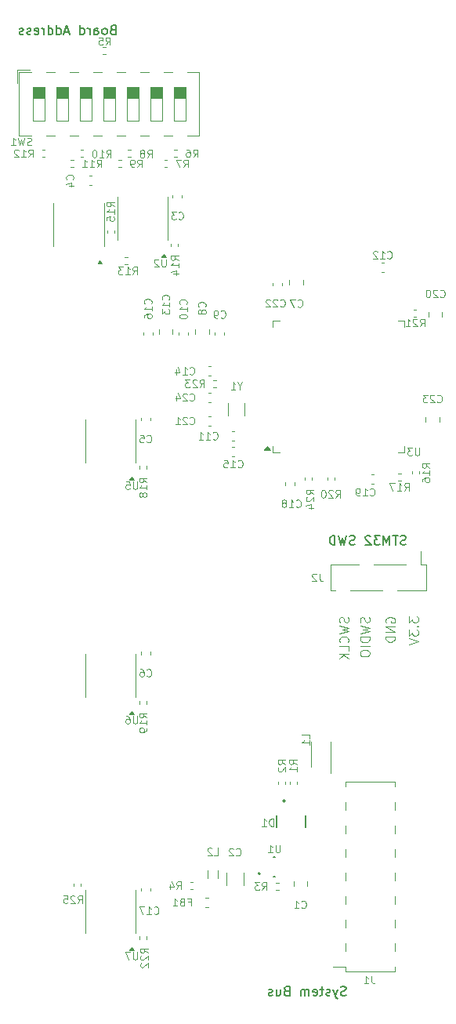
<source format=gbr>
%TF.GenerationSoftware,KiCad,Pcbnew,9.0.5-1.fc42*%
%TF.CreationDate,2025-11-30T23:17:13+01:00*%
%TF.ProjectId,Sub-Board,5375622d-426f-4617-9264-2e6b69636164,1*%
%TF.SameCoordinates,Original*%
%TF.FileFunction,Legend,Bot*%
%TF.FilePolarity,Positive*%
%FSLAX46Y46*%
G04 Gerber Fmt 4.6, Leading zero omitted, Abs format (unit mm)*
G04 Created by KiCad (PCBNEW 9.0.5-1.fc42) date 2025-11-30 23:17:13*
%MOMM*%
%LPD*%
G01*
G04 APERTURE LIST*
%ADD10C,0.200000*%
%ADD11C,0.101600*%
%ADD12C,0.120000*%
%ADD13C,0.100000*%
%ADD14C,0.127000*%
G04 APERTURE END LIST*
D10*
X115319294Y-43920409D02*
X115176437Y-43968028D01*
X115176437Y-43968028D02*
X115128818Y-44015647D01*
X115128818Y-44015647D02*
X115081199Y-44110885D01*
X115081199Y-44110885D02*
X115081199Y-44253742D01*
X115081199Y-44253742D02*
X115128818Y-44348980D01*
X115128818Y-44348980D02*
X115176437Y-44396600D01*
X115176437Y-44396600D02*
X115271675Y-44444219D01*
X115271675Y-44444219D02*
X115652627Y-44444219D01*
X115652627Y-44444219D02*
X115652627Y-43444219D01*
X115652627Y-43444219D02*
X115319294Y-43444219D01*
X115319294Y-43444219D02*
X115224056Y-43491838D01*
X115224056Y-43491838D02*
X115176437Y-43539457D01*
X115176437Y-43539457D02*
X115128818Y-43634695D01*
X115128818Y-43634695D02*
X115128818Y-43729933D01*
X115128818Y-43729933D02*
X115176437Y-43825171D01*
X115176437Y-43825171D02*
X115224056Y-43872790D01*
X115224056Y-43872790D02*
X115319294Y-43920409D01*
X115319294Y-43920409D02*
X115652627Y-43920409D01*
X114509770Y-44444219D02*
X114605008Y-44396600D01*
X114605008Y-44396600D02*
X114652627Y-44348980D01*
X114652627Y-44348980D02*
X114700246Y-44253742D01*
X114700246Y-44253742D02*
X114700246Y-43968028D01*
X114700246Y-43968028D02*
X114652627Y-43872790D01*
X114652627Y-43872790D02*
X114605008Y-43825171D01*
X114605008Y-43825171D02*
X114509770Y-43777552D01*
X114509770Y-43777552D02*
X114366913Y-43777552D01*
X114366913Y-43777552D02*
X114271675Y-43825171D01*
X114271675Y-43825171D02*
X114224056Y-43872790D01*
X114224056Y-43872790D02*
X114176437Y-43968028D01*
X114176437Y-43968028D02*
X114176437Y-44253742D01*
X114176437Y-44253742D02*
X114224056Y-44348980D01*
X114224056Y-44348980D02*
X114271675Y-44396600D01*
X114271675Y-44396600D02*
X114366913Y-44444219D01*
X114366913Y-44444219D02*
X114509770Y-44444219D01*
X113319294Y-44444219D02*
X113319294Y-43920409D01*
X113319294Y-43920409D02*
X113366913Y-43825171D01*
X113366913Y-43825171D02*
X113462151Y-43777552D01*
X113462151Y-43777552D02*
X113652627Y-43777552D01*
X113652627Y-43777552D02*
X113747865Y-43825171D01*
X113319294Y-44396600D02*
X113414532Y-44444219D01*
X113414532Y-44444219D02*
X113652627Y-44444219D01*
X113652627Y-44444219D02*
X113747865Y-44396600D01*
X113747865Y-44396600D02*
X113795484Y-44301361D01*
X113795484Y-44301361D02*
X113795484Y-44206123D01*
X113795484Y-44206123D02*
X113747865Y-44110885D01*
X113747865Y-44110885D02*
X113652627Y-44063266D01*
X113652627Y-44063266D02*
X113414532Y-44063266D01*
X113414532Y-44063266D02*
X113319294Y-44015647D01*
X112843103Y-44444219D02*
X112843103Y-43777552D01*
X112843103Y-43968028D02*
X112795484Y-43872790D01*
X112795484Y-43872790D02*
X112747865Y-43825171D01*
X112747865Y-43825171D02*
X112652627Y-43777552D01*
X112652627Y-43777552D02*
X112557389Y-43777552D01*
X111795484Y-44444219D02*
X111795484Y-43444219D01*
X111795484Y-44396600D02*
X111890722Y-44444219D01*
X111890722Y-44444219D02*
X112081198Y-44444219D01*
X112081198Y-44444219D02*
X112176436Y-44396600D01*
X112176436Y-44396600D02*
X112224055Y-44348980D01*
X112224055Y-44348980D02*
X112271674Y-44253742D01*
X112271674Y-44253742D02*
X112271674Y-43968028D01*
X112271674Y-43968028D02*
X112224055Y-43872790D01*
X112224055Y-43872790D02*
X112176436Y-43825171D01*
X112176436Y-43825171D02*
X112081198Y-43777552D01*
X112081198Y-43777552D02*
X111890722Y-43777552D01*
X111890722Y-43777552D02*
X111795484Y-43825171D01*
X110605007Y-44158504D02*
X110128817Y-44158504D01*
X110700245Y-44444219D02*
X110366912Y-43444219D01*
X110366912Y-43444219D02*
X110033579Y-44444219D01*
X109271674Y-44444219D02*
X109271674Y-43444219D01*
X109271674Y-44396600D02*
X109366912Y-44444219D01*
X109366912Y-44444219D02*
X109557388Y-44444219D01*
X109557388Y-44444219D02*
X109652626Y-44396600D01*
X109652626Y-44396600D02*
X109700245Y-44348980D01*
X109700245Y-44348980D02*
X109747864Y-44253742D01*
X109747864Y-44253742D02*
X109747864Y-43968028D01*
X109747864Y-43968028D02*
X109700245Y-43872790D01*
X109700245Y-43872790D02*
X109652626Y-43825171D01*
X109652626Y-43825171D02*
X109557388Y-43777552D01*
X109557388Y-43777552D02*
X109366912Y-43777552D01*
X109366912Y-43777552D02*
X109271674Y-43825171D01*
X108366912Y-44444219D02*
X108366912Y-43444219D01*
X108366912Y-44396600D02*
X108462150Y-44444219D01*
X108462150Y-44444219D02*
X108652626Y-44444219D01*
X108652626Y-44444219D02*
X108747864Y-44396600D01*
X108747864Y-44396600D02*
X108795483Y-44348980D01*
X108795483Y-44348980D02*
X108843102Y-44253742D01*
X108843102Y-44253742D02*
X108843102Y-43968028D01*
X108843102Y-43968028D02*
X108795483Y-43872790D01*
X108795483Y-43872790D02*
X108747864Y-43825171D01*
X108747864Y-43825171D02*
X108652626Y-43777552D01*
X108652626Y-43777552D02*
X108462150Y-43777552D01*
X108462150Y-43777552D02*
X108366912Y-43825171D01*
X107890721Y-44444219D02*
X107890721Y-43777552D01*
X107890721Y-43968028D02*
X107843102Y-43872790D01*
X107843102Y-43872790D02*
X107795483Y-43825171D01*
X107795483Y-43825171D02*
X107700245Y-43777552D01*
X107700245Y-43777552D02*
X107605007Y-43777552D01*
X106890721Y-44396600D02*
X106985959Y-44444219D01*
X106985959Y-44444219D02*
X107176435Y-44444219D01*
X107176435Y-44444219D02*
X107271673Y-44396600D01*
X107271673Y-44396600D02*
X107319292Y-44301361D01*
X107319292Y-44301361D02*
X107319292Y-43920409D01*
X107319292Y-43920409D02*
X107271673Y-43825171D01*
X107271673Y-43825171D02*
X107176435Y-43777552D01*
X107176435Y-43777552D02*
X106985959Y-43777552D01*
X106985959Y-43777552D02*
X106890721Y-43825171D01*
X106890721Y-43825171D02*
X106843102Y-43920409D01*
X106843102Y-43920409D02*
X106843102Y-44015647D01*
X106843102Y-44015647D02*
X107319292Y-44110885D01*
X106462149Y-44396600D02*
X106366911Y-44444219D01*
X106366911Y-44444219D02*
X106176435Y-44444219D01*
X106176435Y-44444219D02*
X106081197Y-44396600D01*
X106081197Y-44396600D02*
X106033578Y-44301361D01*
X106033578Y-44301361D02*
X106033578Y-44253742D01*
X106033578Y-44253742D02*
X106081197Y-44158504D01*
X106081197Y-44158504D02*
X106176435Y-44110885D01*
X106176435Y-44110885D02*
X106319292Y-44110885D01*
X106319292Y-44110885D02*
X106414530Y-44063266D01*
X106414530Y-44063266D02*
X106462149Y-43968028D01*
X106462149Y-43968028D02*
X106462149Y-43920409D01*
X106462149Y-43920409D02*
X106414530Y-43825171D01*
X106414530Y-43825171D02*
X106319292Y-43777552D01*
X106319292Y-43777552D02*
X106176435Y-43777552D01*
X106176435Y-43777552D02*
X106081197Y-43825171D01*
X105652625Y-44396600D02*
X105557387Y-44444219D01*
X105557387Y-44444219D02*
X105366911Y-44444219D01*
X105366911Y-44444219D02*
X105271673Y-44396600D01*
X105271673Y-44396600D02*
X105224054Y-44301361D01*
X105224054Y-44301361D02*
X105224054Y-44253742D01*
X105224054Y-44253742D02*
X105271673Y-44158504D01*
X105271673Y-44158504D02*
X105366911Y-44110885D01*
X105366911Y-44110885D02*
X105509768Y-44110885D01*
X105509768Y-44110885D02*
X105605006Y-44063266D01*
X105605006Y-44063266D02*
X105652625Y-43968028D01*
X105652625Y-43968028D02*
X105652625Y-43920409D01*
X105652625Y-43920409D02*
X105605006Y-43825171D01*
X105605006Y-43825171D02*
X105509768Y-43777552D01*
X105509768Y-43777552D02*
X105366911Y-43777552D01*
X105366911Y-43777552D02*
X105271673Y-43825171D01*
D11*
X147316335Y-107309299D02*
X147316335Y-107928346D01*
X147316335Y-107928346D02*
X147697287Y-107595013D01*
X147697287Y-107595013D02*
X147697287Y-107737870D01*
X147697287Y-107737870D02*
X147744906Y-107833108D01*
X147744906Y-107833108D02*
X147792525Y-107880727D01*
X147792525Y-107880727D02*
X147887763Y-107928346D01*
X147887763Y-107928346D02*
X148125858Y-107928346D01*
X148125858Y-107928346D02*
X148221096Y-107880727D01*
X148221096Y-107880727D02*
X148268716Y-107833108D01*
X148268716Y-107833108D02*
X148316335Y-107737870D01*
X148316335Y-107737870D02*
X148316335Y-107452156D01*
X148316335Y-107452156D02*
X148268716Y-107356918D01*
X148268716Y-107356918D02*
X148221096Y-107309299D01*
X148221096Y-108356918D02*
X148268716Y-108404537D01*
X148268716Y-108404537D02*
X148316335Y-108356918D01*
X148316335Y-108356918D02*
X148268716Y-108309299D01*
X148268716Y-108309299D02*
X148221096Y-108356918D01*
X148221096Y-108356918D02*
X148316335Y-108356918D01*
X147316335Y-108737870D02*
X147316335Y-109356917D01*
X147316335Y-109356917D02*
X147697287Y-109023584D01*
X147697287Y-109023584D02*
X147697287Y-109166441D01*
X147697287Y-109166441D02*
X147744906Y-109261679D01*
X147744906Y-109261679D02*
X147792525Y-109309298D01*
X147792525Y-109309298D02*
X147887763Y-109356917D01*
X147887763Y-109356917D02*
X148125858Y-109356917D01*
X148125858Y-109356917D02*
X148221096Y-109309298D01*
X148221096Y-109309298D02*
X148268716Y-109261679D01*
X148268716Y-109261679D02*
X148316335Y-109166441D01*
X148316335Y-109166441D02*
X148316335Y-108880727D01*
X148316335Y-108880727D02*
X148268716Y-108785489D01*
X148268716Y-108785489D02*
X148221096Y-108737870D01*
X147316335Y-109642632D02*
X148316335Y-109975965D01*
X148316335Y-109975965D02*
X147316335Y-110309298D01*
X144863954Y-107928346D02*
X144816335Y-107833108D01*
X144816335Y-107833108D02*
X144816335Y-107690251D01*
X144816335Y-107690251D02*
X144863954Y-107547394D01*
X144863954Y-107547394D02*
X144959192Y-107452156D01*
X144959192Y-107452156D02*
X145054430Y-107404537D01*
X145054430Y-107404537D02*
X145244906Y-107356918D01*
X145244906Y-107356918D02*
X145387763Y-107356918D01*
X145387763Y-107356918D02*
X145578239Y-107404537D01*
X145578239Y-107404537D02*
X145673477Y-107452156D01*
X145673477Y-107452156D02*
X145768716Y-107547394D01*
X145768716Y-107547394D02*
X145816335Y-107690251D01*
X145816335Y-107690251D02*
X145816335Y-107785489D01*
X145816335Y-107785489D02*
X145768716Y-107928346D01*
X145768716Y-107928346D02*
X145721096Y-107975965D01*
X145721096Y-107975965D02*
X145387763Y-107975965D01*
X145387763Y-107975965D02*
X145387763Y-107785489D01*
X145816335Y-108404537D02*
X144816335Y-108404537D01*
X144816335Y-108404537D02*
X145816335Y-108975965D01*
X145816335Y-108975965D02*
X144816335Y-108975965D01*
X145816335Y-109452156D02*
X144816335Y-109452156D01*
X144816335Y-109452156D02*
X144816335Y-109690251D01*
X144816335Y-109690251D02*
X144863954Y-109833108D01*
X144863954Y-109833108D02*
X144959192Y-109928346D01*
X144959192Y-109928346D02*
X145054430Y-109975965D01*
X145054430Y-109975965D02*
X145244906Y-110023584D01*
X145244906Y-110023584D02*
X145387763Y-110023584D01*
X145387763Y-110023584D02*
X145578239Y-109975965D01*
X145578239Y-109975965D02*
X145673477Y-109928346D01*
X145673477Y-109928346D02*
X145768716Y-109833108D01*
X145768716Y-109833108D02*
X145816335Y-109690251D01*
X145816335Y-109690251D02*
X145816335Y-109452156D01*
D10*
X146998149Y-99512200D02*
X146855292Y-99559819D01*
X146855292Y-99559819D02*
X146617197Y-99559819D01*
X146617197Y-99559819D02*
X146521959Y-99512200D01*
X146521959Y-99512200D02*
X146474340Y-99464580D01*
X146474340Y-99464580D02*
X146426721Y-99369342D01*
X146426721Y-99369342D02*
X146426721Y-99274104D01*
X146426721Y-99274104D02*
X146474340Y-99178866D01*
X146474340Y-99178866D02*
X146521959Y-99131247D01*
X146521959Y-99131247D02*
X146617197Y-99083628D01*
X146617197Y-99083628D02*
X146807673Y-99036009D01*
X146807673Y-99036009D02*
X146902911Y-98988390D01*
X146902911Y-98988390D02*
X146950530Y-98940771D01*
X146950530Y-98940771D02*
X146998149Y-98845533D01*
X146998149Y-98845533D02*
X146998149Y-98750295D01*
X146998149Y-98750295D02*
X146950530Y-98655057D01*
X146950530Y-98655057D02*
X146902911Y-98607438D01*
X146902911Y-98607438D02*
X146807673Y-98559819D01*
X146807673Y-98559819D02*
X146569578Y-98559819D01*
X146569578Y-98559819D02*
X146426721Y-98607438D01*
X146141006Y-98559819D02*
X145569578Y-98559819D01*
X145855292Y-99559819D02*
X145855292Y-98559819D01*
X145236244Y-99559819D02*
X145236244Y-98559819D01*
X145236244Y-98559819D02*
X144902911Y-99274104D01*
X144902911Y-99274104D02*
X144569578Y-98559819D01*
X144569578Y-98559819D02*
X144569578Y-99559819D01*
X144188625Y-98559819D02*
X143569578Y-98559819D01*
X143569578Y-98559819D02*
X143902911Y-98940771D01*
X143902911Y-98940771D02*
X143760054Y-98940771D01*
X143760054Y-98940771D02*
X143664816Y-98988390D01*
X143664816Y-98988390D02*
X143617197Y-99036009D01*
X143617197Y-99036009D02*
X143569578Y-99131247D01*
X143569578Y-99131247D02*
X143569578Y-99369342D01*
X143569578Y-99369342D02*
X143617197Y-99464580D01*
X143617197Y-99464580D02*
X143664816Y-99512200D01*
X143664816Y-99512200D02*
X143760054Y-99559819D01*
X143760054Y-99559819D02*
X144045768Y-99559819D01*
X144045768Y-99559819D02*
X144141006Y-99512200D01*
X144141006Y-99512200D02*
X144188625Y-99464580D01*
X143188625Y-98655057D02*
X143141006Y-98607438D01*
X143141006Y-98607438D02*
X143045768Y-98559819D01*
X143045768Y-98559819D02*
X142807673Y-98559819D01*
X142807673Y-98559819D02*
X142712435Y-98607438D01*
X142712435Y-98607438D02*
X142664816Y-98655057D01*
X142664816Y-98655057D02*
X142617197Y-98750295D01*
X142617197Y-98750295D02*
X142617197Y-98845533D01*
X142617197Y-98845533D02*
X142664816Y-98988390D01*
X142664816Y-98988390D02*
X143236244Y-99559819D01*
X143236244Y-99559819D02*
X142617197Y-99559819D01*
X141474339Y-99512200D02*
X141331482Y-99559819D01*
X141331482Y-99559819D02*
X141093387Y-99559819D01*
X141093387Y-99559819D02*
X140998149Y-99512200D01*
X140998149Y-99512200D02*
X140950530Y-99464580D01*
X140950530Y-99464580D02*
X140902911Y-99369342D01*
X140902911Y-99369342D02*
X140902911Y-99274104D01*
X140902911Y-99274104D02*
X140950530Y-99178866D01*
X140950530Y-99178866D02*
X140998149Y-99131247D01*
X140998149Y-99131247D02*
X141093387Y-99083628D01*
X141093387Y-99083628D02*
X141283863Y-99036009D01*
X141283863Y-99036009D02*
X141379101Y-98988390D01*
X141379101Y-98988390D02*
X141426720Y-98940771D01*
X141426720Y-98940771D02*
X141474339Y-98845533D01*
X141474339Y-98845533D02*
X141474339Y-98750295D01*
X141474339Y-98750295D02*
X141426720Y-98655057D01*
X141426720Y-98655057D02*
X141379101Y-98607438D01*
X141379101Y-98607438D02*
X141283863Y-98559819D01*
X141283863Y-98559819D02*
X141045768Y-98559819D01*
X141045768Y-98559819D02*
X140902911Y-98607438D01*
X140569577Y-98559819D02*
X140331482Y-99559819D01*
X140331482Y-99559819D02*
X140141006Y-98845533D01*
X140141006Y-98845533D02*
X139950530Y-99559819D01*
X139950530Y-99559819D02*
X139712435Y-98559819D01*
X139331482Y-99559819D02*
X139331482Y-98559819D01*
X139331482Y-98559819D02*
X139093387Y-98559819D01*
X139093387Y-98559819D02*
X138950530Y-98607438D01*
X138950530Y-98607438D02*
X138855292Y-98702676D01*
X138855292Y-98702676D02*
X138807673Y-98797914D01*
X138807673Y-98797914D02*
X138760054Y-98988390D01*
X138760054Y-98988390D02*
X138760054Y-99131247D01*
X138760054Y-99131247D02*
X138807673Y-99321723D01*
X138807673Y-99321723D02*
X138855292Y-99416961D01*
X138855292Y-99416961D02*
X138950530Y-99512200D01*
X138950530Y-99512200D02*
X139093387Y-99559819D01*
X139093387Y-99559819D02*
X139331482Y-99559819D01*
D11*
X143018716Y-107356918D02*
X143066335Y-107499775D01*
X143066335Y-107499775D02*
X143066335Y-107737870D01*
X143066335Y-107737870D02*
X143018716Y-107833108D01*
X143018716Y-107833108D02*
X142971096Y-107880727D01*
X142971096Y-107880727D02*
X142875858Y-107928346D01*
X142875858Y-107928346D02*
X142780620Y-107928346D01*
X142780620Y-107928346D02*
X142685382Y-107880727D01*
X142685382Y-107880727D02*
X142637763Y-107833108D01*
X142637763Y-107833108D02*
X142590144Y-107737870D01*
X142590144Y-107737870D02*
X142542525Y-107547394D01*
X142542525Y-107547394D02*
X142494906Y-107452156D01*
X142494906Y-107452156D02*
X142447287Y-107404537D01*
X142447287Y-107404537D02*
X142352049Y-107356918D01*
X142352049Y-107356918D02*
X142256811Y-107356918D01*
X142256811Y-107356918D02*
X142161573Y-107404537D01*
X142161573Y-107404537D02*
X142113954Y-107452156D01*
X142113954Y-107452156D02*
X142066335Y-107547394D01*
X142066335Y-107547394D02*
X142066335Y-107785489D01*
X142066335Y-107785489D02*
X142113954Y-107928346D01*
X142066335Y-108261680D02*
X143066335Y-108499775D01*
X143066335Y-108499775D02*
X142352049Y-108690251D01*
X142352049Y-108690251D02*
X143066335Y-108880727D01*
X143066335Y-108880727D02*
X142066335Y-109118823D01*
X143066335Y-109499775D02*
X142066335Y-109499775D01*
X142066335Y-109499775D02*
X142066335Y-109737870D01*
X142066335Y-109737870D02*
X142113954Y-109880727D01*
X142113954Y-109880727D02*
X142209192Y-109975965D01*
X142209192Y-109975965D02*
X142304430Y-110023584D01*
X142304430Y-110023584D02*
X142494906Y-110071203D01*
X142494906Y-110071203D02*
X142637763Y-110071203D01*
X142637763Y-110071203D02*
X142828239Y-110023584D01*
X142828239Y-110023584D02*
X142923477Y-109975965D01*
X142923477Y-109975965D02*
X143018716Y-109880727D01*
X143018716Y-109880727D02*
X143066335Y-109737870D01*
X143066335Y-109737870D02*
X143066335Y-109499775D01*
X143066335Y-110499775D02*
X142066335Y-110499775D01*
X142066335Y-111166441D02*
X142066335Y-111356917D01*
X142066335Y-111356917D02*
X142113954Y-111452155D01*
X142113954Y-111452155D02*
X142209192Y-111547393D01*
X142209192Y-111547393D02*
X142399668Y-111595012D01*
X142399668Y-111595012D02*
X142733001Y-111595012D01*
X142733001Y-111595012D02*
X142923477Y-111547393D01*
X142923477Y-111547393D02*
X143018716Y-111452155D01*
X143018716Y-111452155D02*
X143066335Y-111356917D01*
X143066335Y-111356917D02*
X143066335Y-111166441D01*
X143066335Y-111166441D02*
X143018716Y-111071203D01*
X143018716Y-111071203D02*
X142923477Y-110975965D01*
X142923477Y-110975965D02*
X142733001Y-110928346D01*
X142733001Y-110928346D02*
X142399668Y-110928346D01*
X142399668Y-110928346D02*
X142209192Y-110975965D01*
X142209192Y-110975965D02*
X142113954Y-111071203D01*
X142113954Y-111071203D02*
X142066335Y-111166441D01*
D10*
X140520945Y-148182600D02*
X140378088Y-148230219D01*
X140378088Y-148230219D02*
X140139993Y-148230219D01*
X140139993Y-148230219D02*
X140044755Y-148182600D01*
X140044755Y-148182600D02*
X139997136Y-148134980D01*
X139997136Y-148134980D02*
X139949517Y-148039742D01*
X139949517Y-148039742D02*
X139949517Y-147944504D01*
X139949517Y-147944504D02*
X139997136Y-147849266D01*
X139997136Y-147849266D02*
X140044755Y-147801647D01*
X140044755Y-147801647D02*
X140139993Y-147754028D01*
X140139993Y-147754028D02*
X140330469Y-147706409D01*
X140330469Y-147706409D02*
X140425707Y-147658790D01*
X140425707Y-147658790D02*
X140473326Y-147611171D01*
X140473326Y-147611171D02*
X140520945Y-147515933D01*
X140520945Y-147515933D02*
X140520945Y-147420695D01*
X140520945Y-147420695D02*
X140473326Y-147325457D01*
X140473326Y-147325457D02*
X140425707Y-147277838D01*
X140425707Y-147277838D02*
X140330469Y-147230219D01*
X140330469Y-147230219D02*
X140092374Y-147230219D01*
X140092374Y-147230219D02*
X139949517Y-147277838D01*
X139616183Y-147563552D02*
X139378088Y-148230219D01*
X139139993Y-147563552D02*
X139378088Y-148230219D01*
X139378088Y-148230219D02*
X139473326Y-148468314D01*
X139473326Y-148468314D02*
X139520945Y-148515933D01*
X139520945Y-148515933D02*
X139616183Y-148563552D01*
X138806659Y-148182600D02*
X138711421Y-148230219D01*
X138711421Y-148230219D02*
X138520945Y-148230219D01*
X138520945Y-148230219D02*
X138425707Y-148182600D01*
X138425707Y-148182600D02*
X138378088Y-148087361D01*
X138378088Y-148087361D02*
X138378088Y-148039742D01*
X138378088Y-148039742D02*
X138425707Y-147944504D01*
X138425707Y-147944504D02*
X138520945Y-147896885D01*
X138520945Y-147896885D02*
X138663802Y-147896885D01*
X138663802Y-147896885D02*
X138759040Y-147849266D01*
X138759040Y-147849266D02*
X138806659Y-147754028D01*
X138806659Y-147754028D02*
X138806659Y-147706409D01*
X138806659Y-147706409D02*
X138759040Y-147611171D01*
X138759040Y-147611171D02*
X138663802Y-147563552D01*
X138663802Y-147563552D02*
X138520945Y-147563552D01*
X138520945Y-147563552D02*
X138425707Y-147611171D01*
X138092373Y-147563552D02*
X137711421Y-147563552D01*
X137949516Y-147230219D02*
X137949516Y-148087361D01*
X137949516Y-148087361D02*
X137901897Y-148182600D01*
X137901897Y-148182600D02*
X137806659Y-148230219D01*
X137806659Y-148230219D02*
X137711421Y-148230219D01*
X136997135Y-148182600D02*
X137092373Y-148230219D01*
X137092373Y-148230219D02*
X137282849Y-148230219D01*
X137282849Y-148230219D02*
X137378087Y-148182600D01*
X137378087Y-148182600D02*
X137425706Y-148087361D01*
X137425706Y-148087361D02*
X137425706Y-147706409D01*
X137425706Y-147706409D02*
X137378087Y-147611171D01*
X137378087Y-147611171D02*
X137282849Y-147563552D01*
X137282849Y-147563552D02*
X137092373Y-147563552D01*
X137092373Y-147563552D02*
X136997135Y-147611171D01*
X136997135Y-147611171D02*
X136949516Y-147706409D01*
X136949516Y-147706409D02*
X136949516Y-147801647D01*
X136949516Y-147801647D02*
X137425706Y-147896885D01*
X136520944Y-148230219D02*
X136520944Y-147563552D01*
X136520944Y-147658790D02*
X136473325Y-147611171D01*
X136473325Y-147611171D02*
X136378087Y-147563552D01*
X136378087Y-147563552D02*
X136235230Y-147563552D01*
X136235230Y-147563552D02*
X136139992Y-147611171D01*
X136139992Y-147611171D02*
X136092373Y-147706409D01*
X136092373Y-147706409D02*
X136092373Y-148230219D01*
X136092373Y-147706409D02*
X136044754Y-147611171D01*
X136044754Y-147611171D02*
X135949516Y-147563552D01*
X135949516Y-147563552D02*
X135806659Y-147563552D01*
X135806659Y-147563552D02*
X135711420Y-147611171D01*
X135711420Y-147611171D02*
X135663801Y-147706409D01*
X135663801Y-147706409D02*
X135663801Y-148230219D01*
X134092373Y-147706409D02*
X133949516Y-147754028D01*
X133949516Y-147754028D02*
X133901897Y-147801647D01*
X133901897Y-147801647D02*
X133854278Y-147896885D01*
X133854278Y-147896885D02*
X133854278Y-148039742D01*
X133854278Y-148039742D02*
X133901897Y-148134980D01*
X133901897Y-148134980D02*
X133949516Y-148182600D01*
X133949516Y-148182600D02*
X134044754Y-148230219D01*
X134044754Y-148230219D02*
X134425706Y-148230219D01*
X134425706Y-148230219D02*
X134425706Y-147230219D01*
X134425706Y-147230219D02*
X134092373Y-147230219D01*
X134092373Y-147230219D02*
X133997135Y-147277838D01*
X133997135Y-147277838D02*
X133949516Y-147325457D01*
X133949516Y-147325457D02*
X133901897Y-147420695D01*
X133901897Y-147420695D02*
X133901897Y-147515933D01*
X133901897Y-147515933D02*
X133949516Y-147611171D01*
X133949516Y-147611171D02*
X133997135Y-147658790D01*
X133997135Y-147658790D02*
X134092373Y-147706409D01*
X134092373Y-147706409D02*
X134425706Y-147706409D01*
X132997135Y-147563552D02*
X132997135Y-148230219D01*
X133425706Y-147563552D02*
X133425706Y-148087361D01*
X133425706Y-148087361D02*
X133378087Y-148182600D01*
X133378087Y-148182600D02*
X133282849Y-148230219D01*
X133282849Y-148230219D02*
X133139992Y-148230219D01*
X133139992Y-148230219D02*
X133044754Y-148182600D01*
X133044754Y-148182600D02*
X132997135Y-148134980D01*
X132568563Y-148182600D02*
X132473325Y-148230219D01*
X132473325Y-148230219D02*
X132282849Y-148230219D01*
X132282849Y-148230219D02*
X132187611Y-148182600D01*
X132187611Y-148182600D02*
X132139992Y-148087361D01*
X132139992Y-148087361D02*
X132139992Y-148039742D01*
X132139992Y-148039742D02*
X132187611Y-147944504D01*
X132187611Y-147944504D02*
X132282849Y-147896885D01*
X132282849Y-147896885D02*
X132425706Y-147896885D01*
X132425706Y-147896885D02*
X132520944Y-147849266D01*
X132520944Y-147849266D02*
X132568563Y-147754028D01*
X132568563Y-147754028D02*
X132568563Y-147706409D01*
X132568563Y-147706409D02*
X132520944Y-147611171D01*
X132520944Y-147611171D02*
X132425706Y-147563552D01*
X132425706Y-147563552D02*
X132282849Y-147563552D01*
X132282849Y-147563552D02*
X132187611Y-147611171D01*
D11*
X140768716Y-107356918D02*
X140816335Y-107499775D01*
X140816335Y-107499775D02*
X140816335Y-107737870D01*
X140816335Y-107737870D02*
X140768716Y-107833108D01*
X140768716Y-107833108D02*
X140721096Y-107880727D01*
X140721096Y-107880727D02*
X140625858Y-107928346D01*
X140625858Y-107928346D02*
X140530620Y-107928346D01*
X140530620Y-107928346D02*
X140435382Y-107880727D01*
X140435382Y-107880727D02*
X140387763Y-107833108D01*
X140387763Y-107833108D02*
X140340144Y-107737870D01*
X140340144Y-107737870D02*
X140292525Y-107547394D01*
X140292525Y-107547394D02*
X140244906Y-107452156D01*
X140244906Y-107452156D02*
X140197287Y-107404537D01*
X140197287Y-107404537D02*
X140102049Y-107356918D01*
X140102049Y-107356918D02*
X140006811Y-107356918D01*
X140006811Y-107356918D02*
X139911573Y-107404537D01*
X139911573Y-107404537D02*
X139863954Y-107452156D01*
X139863954Y-107452156D02*
X139816335Y-107547394D01*
X139816335Y-107547394D02*
X139816335Y-107785489D01*
X139816335Y-107785489D02*
X139863954Y-107928346D01*
X139816335Y-108261680D02*
X140816335Y-108499775D01*
X140816335Y-108499775D02*
X140102049Y-108690251D01*
X140102049Y-108690251D02*
X140816335Y-108880727D01*
X140816335Y-108880727D02*
X139816335Y-109118823D01*
X140721096Y-110071203D02*
X140768716Y-110023584D01*
X140768716Y-110023584D02*
X140816335Y-109880727D01*
X140816335Y-109880727D02*
X140816335Y-109785489D01*
X140816335Y-109785489D02*
X140768716Y-109642632D01*
X140768716Y-109642632D02*
X140673477Y-109547394D01*
X140673477Y-109547394D02*
X140578239Y-109499775D01*
X140578239Y-109499775D02*
X140387763Y-109452156D01*
X140387763Y-109452156D02*
X140244906Y-109452156D01*
X140244906Y-109452156D02*
X140054430Y-109499775D01*
X140054430Y-109499775D02*
X139959192Y-109547394D01*
X139959192Y-109547394D02*
X139863954Y-109642632D01*
X139863954Y-109642632D02*
X139816335Y-109785489D01*
X139816335Y-109785489D02*
X139816335Y-109880727D01*
X139816335Y-109880727D02*
X139863954Y-110023584D01*
X139863954Y-110023584D02*
X139911573Y-110071203D01*
X140816335Y-110975965D02*
X140816335Y-110499775D01*
X140816335Y-110499775D02*
X139816335Y-110499775D01*
X140816335Y-111309299D02*
X139816335Y-111309299D01*
X140816335Y-111880727D02*
X140244906Y-111452156D01*
X139816335Y-111880727D02*
X140387763Y-111309299D01*
X126150914Y-88111923D02*
X126189618Y-88150628D01*
X126189618Y-88150628D02*
X126305733Y-88189332D01*
X126305733Y-88189332D02*
X126383142Y-88189332D01*
X126383142Y-88189332D02*
X126499256Y-88150628D01*
X126499256Y-88150628D02*
X126576666Y-88073218D01*
X126576666Y-88073218D02*
X126615371Y-87995808D01*
X126615371Y-87995808D02*
X126654075Y-87840989D01*
X126654075Y-87840989D02*
X126654075Y-87724875D01*
X126654075Y-87724875D02*
X126615371Y-87570056D01*
X126615371Y-87570056D02*
X126576666Y-87492647D01*
X126576666Y-87492647D02*
X126499256Y-87415237D01*
X126499256Y-87415237D02*
X126383142Y-87376532D01*
X126383142Y-87376532D02*
X126305733Y-87376532D01*
X126305733Y-87376532D02*
X126189618Y-87415237D01*
X126189618Y-87415237D02*
X126150914Y-87453942D01*
X125376818Y-88189332D02*
X125841275Y-88189332D01*
X125609047Y-88189332D02*
X125609047Y-87376532D01*
X125609047Y-87376532D02*
X125686456Y-87492647D01*
X125686456Y-87492647D02*
X125763866Y-87570056D01*
X125763866Y-87570056D02*
X125841275Y-87608761D01*
X124602723Y-88189332D02*
X125067180Y-88189332D01*
X124834952Y-88189332D02*
X124834952Y-87376532D01*
X124834952Y-87376532D02*
X124912361Y-87492647D01*
X124912361Y-87492647D02*
X124989771Y-87570056D01*
X124989771Y-87570056D02*
X125067180Y-87608761D01*
X119007466Y-113704323D02*
X119046170Y-113743028D01*
X119046170Y-113743028D02*
X119162285Y-113781732D01*
X119162285Y-113781732D02*
X119239694Y-113781732D01*
X119239694Y-113781732D02*
X119355808Y-113743028D01*
X119355808Y-113743028D02*
X119433218Y-113665618D01*
X119433218Y-113665618D02*
X119471923Y-113588208D01*
X119471923Y-113588208D02*
X119510627Y-113433389D01*
X119510627Y-113433389D02*
X119510627Y-113317275D01*
X119510627Y-113317275D02*
X119471923Y-113162456D01*
X119471923Y-113162456D02*
X119433218Y-113085047D01*
X119433218Y-113085047D02*
X119355808Y-113007637D01*
X119355808Y-113007637D02*
X119239694Y-112968932D01*
X119239694Y-112968932D02*
X119162285Y-112968932D01*
X119162285Y-112968932D02*
X119046170Y-113007637D01*
X119046170Y-113007637D02*
X119007466Y-113046342D01*
X118310780Y-112968932D02*
X118465599Y-112968932D01*
X118465599Y-112968932D02*
X118543008Y-113007637D01*
X118543008Y-113007637D02*
X118581713Y-113046342D01*
X118581713Y-113046342D02*
X118659123Y-113162456D01*
X118659123Y-113162456D02*
X118697827Y-113317275D01*
X118697827Y-113317275D02*
X118697827Y-113626913D01*
X118697827Y-113626913D02*
X118659123Y-113704323D01*
X118659123Y-113704323D02*
X118620418Y-113743028D01*
X118620418Y-113743028D02*
X118543008Y-113781732D01*
X118543008Y-113781732D02*
X118388189Y-113781732D01*
X118388189Y-113781732D02*
X118310780Y-113743028D01*
X118310780Y-113743028D02*
X118272075Y-113704323D01*
X118272075Y-113704323D02*
X118233370Y-113626913D01*
X118233370Y-113626913D02*
X118233370Y-113433389D01*
X118233370Y-113433389D02*
X118272075Y-113355980D01*
X118272075Y-113355980D02*
X118310780Y-113317275D01*
X118310780Y-113317275D02*
X118388189Y-113278570D01*
X118388189Y-113278570D02*
X118543008Y-113278570D01*
X118543008Y-113278570D02*
X118620418Y-113317275D01*
X118620418Y-113317275D02*
X118659123Y-113355980D01*
X118659123Y-113355980D02*
X118697827Y-113433389D01*
X125293323Y-73853533D02*
X125332028Y-73814829D01*
X125332028Y-73814829D02*
X125370732Y-73698714D01*
X125370732Y-73698714D02*
X125370732Y-73621305D01*
X125370732Y-73621305D02*
X125332028Y-73505191D01*
X125332028Y-73505191D02*
X125254618Y-73427781D01*
X125254618Y-73427781D02*
X125177208Y-73389076D01*
X125177208Y-73389076D02*
X125022389Y-73350372D01*
X125022389Y-73350372D02*
X124906275Y-73350372D01*
X124906275Y-73350372D02*
X124751456Y-73389076D01*
X124751456Y-73389076D02*
X124674047Y-73427781D01*
X124674047Y-73427781D02*
X124596637Y-73505191D01*
X124596637Y-73505191D02*
X124557932Y-73621305D01*
X124557932Y-73621305D02*
X124557932Y-73698714D01*
X124557932Y-73698714D02*
X124596637Y-73814829D01*
X124596637Y-73814829D02*
X124635342Y-73853533D01*
X124906275Y-74317991D02*
X124867570Y-74240581D01*
X124867570Y-74240581D02*
X124828866Y-74201876D01*
X124828866Y-74201876D02*
X124751456Y-74163172D01*
X124751456Y-74163172D02*
X124712751Y-74163172D01*
X124712751Y-74163172D02*
X124635342Y-74201876D01*
X124635342Y-74201876D02*
X124596637Y-74240581D01*
X124596637Y-74240581D02*
X124557932Y-74317991D01*
X124557932Y-74317991D02*
X124557932Y-74472810D01*
X124557932Y-74472810D02*
X124596637Y-74550219D01*
X124596637Y-74550219D02*
X124635342Y-74588924D01*
X124635342Y-74588924D02*
X124712751Y-74627629D01*
X124712751Y-74627629D02*
X124751456Y-74627629D01*
X124751456Y-74627629D02*
X124828866Y-74588924D01*
X124828866Y-74588924D02*
X124867570Y-74550219D01*
X124867570Y-74550219D02*
X124906275Y-74472810D01*
X124906275Y-74472810D02*
X124906275Y-74317991D01*
X124906275Y-74317991D02*
X124944980Y-74240581D01*
X124944980Y-74240581D02*
X124983685Y-74201876D01*
X124983685Y-74201876D02*
X125061094Y-74163172D01*
X125061094Y-74163172D02*
X125215913Y-74163172D01*
X125215913Y-74163172D02*
X125293323Y-74201876D01*
X125293323Y-74201876D02*
X125332028Y-74240581D01*
X125332028Y-74240581D02*
X125370732Y-74317991D01*
X125370732Y-74317991D02*
X125370732Y-74472810D01*
X125370732Y-74472810D02*
X125332028Y-74550219D01*
X125332028Y-74550219D02*
X125293323Y-74588924D01*
X125293323Y-74588924D02*
X125215913Y-74627629D01*
X125215913Y-74627629D02*
X125061094Y-74627629D01*
X125061094Y-74627629D02*
X124983685Y-74588924D01*
X124983685Y-74588924D02*
X124944980Y-74550219D01*
X124944980Y-74550219D02*
X124906275Y-74472810D01*
X148530514Y-75956732D02*
X148801447Y-75569685D01*
X148994971Y-75956732D02*
X148994971Y-75143932D01*
X148994971Y-75143932D02*
X148685333Y-75143932D01*
X148685333Y-75143932D02*
X148607923Y-75182637D01*
X148607923Y-75182637D02*
X148569218Y-75221342D01*
X148569218Y-75221342D02*
X148530514Y-75298751D01*
X148530514Y-75298751D02*
X148530514Y-75414866D01*
X148530514Y-75414866D02*
X148569218Y-75492275D01*
X148569218Y-75492275D02*
X148607923Y-75530980D01*
X148607923Y-75530980D02*
X148685333Y-75569685D01*
X148685333Y-75569685D02*
X148994971Y-75569685D01*
X148220875Y-75221342D02*
X148182171Y-75182637D01*
X148182171Y-75182637D02*
X148104761Y-75143932D01*
X148104761Y-75143932D02*
X147911237Y-75143932D01*
X147911237Y-75143932D02*
X147833828Y-75182637D01*
X147833828Y-75182637D02*
X147795123Y-75221342D01*
X147795123Y-75221342D02*
X147756418Y-75298751D01*
X147756418Y-75298751D02*
X147756418Y-75376161D01*
X147756418Y-75376161D02*
X147795123Y-75492275D01*
X147795123Y-75492275D02*
X148259580Y-75956732D01*
X148259580Y-75956732D02*
X147756418Y-75956732D01*
X146982323Y-75956732D02*
X147446780Y-75956732D01*
X147214552Y-75956732D02*
X147214552Y-75143932D01*
X147214552Y-75143932D02*
X147291961Y-75260047D01*
X147291961Y-75260047D02*
X147369371Y-75337456D01*
X147369371Y-75337456D02*
X147446780Y-75376161D01*
X131453466Y-136819532D02*
X131724399Y-136432485D01*
X131917923Y-136819532D02*
X131917923Y-136006732D01*
X131917923Y-136006732D02*
X131608285Y-136006732D01*
X131608285Y-136006732D02*
X131530875Y-136045437D01*
X131530875Y-136045437D02*
X131492170Y-136084142D01*
X131492170Y-136084142D02*
X131453466Y-136161551D01*
X131453466Y-136161551D02*
X131453466Y-136277666D01*
X131453466Y-136277666D02*
X131492170Y-136355075D01*
X131492170Y-136355075D02*
X131530875Y-136393780D01*
X131530875Y-136393780D02*
X131608285Y-136432485D01*
X131608285Y-136432485D02*
X131917923Y-136432485D01*
X131182532Y-136006732D02*
X130679370Y-136006732D01*
X130679370Y-136006732D02*
X130950304Y-136316370D01*
X130950304Y-136316370D02*
X130834189Y-136316370D01*
X130834189Y-136316370D02*
X130756780Y-136355075D01*
X130756780Y-136355075D02*
X130718075Y-136393780D01*
X130718075Y-136393780D02*
X130679370Y-136471189D01*
X130679370Y-136471189D02*
X130679370Y-136664713D01*
X130679370Y-136664713D02*
X130718075Y-136742123D01*
X130718075Y-136742123D02*
X130756780Y-136780828D01*
X130756780Y-136780828D02*
X130834189Y-136819532D01*
X130834189Y-136819532D02*
X131066418Y-136819532D01*
X131066418Y-136819532D02*
X131143827Y-136780828D01*
X131143827Y-136780828D02*
X131182532Y-136742123D01*
X150382514Y-84088323D02*
X150421218Y-84127028D01*
X150421218Y-84127028D02*
X150537333Y-84165732D01*
X150537333Y-84165732D02*
X150614742Y-84165732D01*
X150614742Y-84165732D02*
X150730856Y-84127028D01*
X150730856Y-84127028D02*
X150808266Y-84049618D01*
X150808266Y-84049618D02*
X150846971Y-83972208D01*
X150846971Y-83972208D02*
X150885675Y-83817389D01*
X150885675Y-83817389D02*
X150885675Y-83701275D01*
X150885675Y-83701275D02*
X150846971Y-83546456D01*
X150846971Y-83546456D02*
X150808266Y-83469047D01*
X150808266Y-83469047D02*
X150730856Y-83391637D01*
X150730856Y-83391637D02*
X150614742Y-83352932D01*
X150614742Y-83352932D02*
X150537333Y-83352932D01*
X150537333Y-83352932D02*
X150421218Y-83391637D01*
X150421218Y-83391637D02*
X150382514Y-83430342D01*
X150072875Y-83430342D02*
X150034171Y-83391637D01*
X150034171Y-83391637D02*
X149956761Y-83352932D01*
X149956761Y-83352932D02*
X149763237Y-83352932D01*
X149763237Y-83352932D02*
X149685828Y-83391637D01*
X149685828Y-83391637D02*
X149647123Y-83430342D01*
X149647123Y-83430342D02*
X149608418Y-83507751D01*
X149608418Y-83507751D02*
X149608418Y-83585161D01*
X149608418Y-83585161D02*
X149647123Y-83701275D01*
X149647123Y-83701275D02*
X150111580Y-84165732D01*
X150111580Y-84165732D02*
X149608418Y-84165732D01*
X149337485Y-83352932D02*
X148834323Y-83352932D01*
X148834323Y-83352932D02*
X149105257Y-83662570D01*
X149105257Y-83662570D02*
X148989142Y-83662570D01*
X148989142Y-83662570D02*
X148911733Y-83701275D01*
X148911733Y-83701275D02*
X148873028Y-83739980D01*
X148873028Y-83739980D02*
X148834323Y-83817389D01*
X148834323Y-83817389D02*
X148834323Y-84010913D01*
X148834323Y-84010913D02*
X148873028Y-84088323D01*
X148873028Y-84088323D02*
X148911733Y-84127028D01*
X148911733Y-84127028D02*
X148989142Y-84165732D01*
X148989142Y-84165732D02*
X149221371Y-84165732D01*
X149221371Y-84165732D02*
X149298780Y-84127028D01*
X149298780Y-84127028D02*
X149337485Y-84088323D01*
X128659466Y-133053723D02*
X128698170Y-133092428D01*
X128698170Y-133092428D02*
X128814285Y-133131132D01*
X128814285Y-133131132D02*
X128891694Y-133131132D01*
X128891694Y-133131132D02*
X129007808Y-133092428D01*
X129007808Y-133092428D02*
X129085218Y-133015018D01*
X129085218Y-133015018D02*
X129123923Y-132937608D01*
X129123923Y-132937608D02*
X129162627Y-132782789D01*
X129162627Y-132782789D02*
X129162627Y-132666675D01*
X129162627Y-132666675D02*
X129123923Y-132511856D01*
X129123923Y-132511856D02*
X129085218Y-132434447D01*
X129085218Y-132434447D02*
X129007808Y-132357037D01*
X129007808Y-132357037D02*
X128891694Y-132318332D01*
X128891694Y-132318332D02*
X128814285Y-132318332D01*
X128814285Y-132318332D02*
X128698170Y-132357037D01*
X128698170Y-132357037D02*
X128659466Y-132395742D01*
X128349827Y-132395742D02*
X128311123Y-132357037D01*
X128311123Y-132357037D02*
X128233713Y-132318332D01*
X128233713Y-132318332D02*
X128040189Y-132318332D01*
X128040189Y-132318332D02*
X127962780Y-132357037D01*
X127962780Y-132357037D02*
X127924075Y-132395742D01*
X127924075Y-132395742D02*
X127885370Y-132473151D01*
X127885370Y-132473151D02*
X127885370Y-132550561D01*
X127885370Y-132550561D02*
X127924075Y-132666675D01*
X127924075Y-132666675D02*
X128388532Y-133131132D01*
X128388532Y-133131132D02*
X127885370Y-133131132D01*
X128843314Y-91134523D02*
X128882018Y-91173228D01*
X128882018Y-91173228D02*
X128998133Y-91211932D01*
X128998133Y-91211932D02*
X129075542Y-91211932D01*
X129075542Y-91211932D02*
X129191656Y-91173228D01*
X129191656Y-91173228D02*
X129269066Y-91095818D01*
X129269066Y-91095818D02*
X129307771Y-91018408D01*
X129307771Y-91018408D02*
X129346475Y-90863589D01*
X129346475Y-90863589D02*
X129346475Y-90747475D01*
X129346475Y-90747475D02*
X129307771Y-90592656D01*
X129307771Y-90592656D02*
X129269066Y-90515247D01*
X129269066Y-90515247D02*
X129191656Y-90437837D01*
X129191656Y-90437837D02*
X129075542Y-90399132D01*
X129075542Y-90399132D02*
X128998133Y-90399132D01*
X128998133Y-90399132D02*
X128882018Y-90437837D01*
X128882018Y-90437837D02*
X128843314Y-90476542D01*
X128069218Y-91211932D02*
X128533675Y-91211932D01*
X128301447Y-91211932D02*
X128301447Y-90399132D01*
X128301447Y-90399132D02*
X128378856Y-90515247D01*
X128378856Y-90515247D02*
X128456266Y-90592656D01*
X128456266Y-90592656D02*
X128533675Y-90631361D01*
X127333828Y-90399132D02*
X127720876Y-90399132D01*
X127720876Y-90399132D02*
X127759580Y-90786180D01*
X127759580Y-90786180D02*
X127720876Y-90747475D01*
X127720876Y-90747475D02*
X127643466Y-90708770D01*
X127643466Y-90708770D02*
X127449942Y-90708770D01*
X127449942Y-90708770D02*
X127372533Y-90747475D01*
X127372533Y-90747475D02*
X127333828Y-90786180D01*
X127333828Y-90786180D02*
X127295123Y-90863589D01*
X127295123Y-90863589D02*
X127295123Y-91057113D01*
X127295123Y-91057113D02*
X127333828Y-91134523D01*
X127333828Y-91134523D02*
X127372533Y-91173228D01*
X127372533Y-91173228D02*
X127449942Y-91211932D01*
X127449942Y-91211932D02*
X127643466Y-91211932D01*
X127643466Y-91211932D02*
X127720876Y-91173228D01*
X127720876Y-91173228D02*
X127759580Y-91134523D01*
X117464114Y-70358132D02*
X117735047Y-69971085D01*
X117928571Y-70358132D02*
X117928571Y-69545332D01*
X117928571Y-69545332D02*
X117618933Y-69545332D01*
X117618933Y-69545332D02*
X117541523Y-69584037D01*
X117541523Y-69584037D02*
X117502818Y-69622742D01*
X117502818Y-69622742D02*
X117464114Y-69700151D01*
X117464114Y-69700151D02*
X117464114Y-69816266D01*
X117464114Y-69816266D02*
X117502818Y-69893675D01*
X117502818Y-69893675D02*
X117541523Y-69932380D01*
X117541523Y-69932380D02*
X117618933Y-69971085D01*
X117618933Y-69971085D02*
X117928571Y-69971085D01*
X116690018Y-70358132D02*
X117154475Y-70358132D01*
X116922247Y-70358132D02*
X116922247Y-69545332D01*
X116922247Y-69545332D02*
X116999656Y-69661447D01*
X116999656Y-69661447D02*
X117077066Y-69738856D01*
X117077066Y-69738856D02*
X117154475Y-69777561D01*
X116419085Y-69545332D02*
X115915923Y-69545332D01*
X115915923Y-69545332D02*
X116186857Y-69854970D01*
X116186857Y-69854970D02*
X116070742Y-69854970D01*
X116070742Y-69854970D02*
X115993333Y-69893675D01*
X115993333Y-69893675D02*
X115954628Y-69932380D01*
X115954628Y-69932380D02*
X115915923Y-70009789D01*
X115915923Y-70009789D02*
X115915923Y-70203313D01*
X115915923Y-70203313D02*
X115954628Y-70280723D01*
X115954628Y-70280723D02*
X115993333Y-70319428D01*
X115993333Y-70319428D02*
X116070742Y-70358132D01*
X116070742Y-70358132D02*
X116302971Y-70358132D01*
X116302971Y-70358132D02*
X116380380Y-70319428D01*
X116380380Y-70319428D02*
X116419085Y-70280723D01*
X137684932Y-102660532D02*
X137684932Y-103241104D01*
X137684932Y-103241104D02*
X137723637Y-103357218D01*
X137723637Y-103357218D02*
X137801046Y-103434628D01*
X137801046Y-103434628D02*
X137917161Y-103473332D01*
X137917161Y-103473332D02*
X137994570Y-103473332D01*
X137336589Y-102737942D02*
X137297885Y-102699237D01*
X137297885Y-102699237D02*
X137220475Y-102660532D01*
X137220475Y-102660532D02*
X137026951Y-102660532D01*
X137026951Y-102660532D02*
X136949542Y-102699237D01*
X136949542Y-102699237D02*
X136910837Y-102737942D01*
X136910837Y-102737942D02*
X136872132Y-102815351D01*
X136872132Y-102815351D02*
X136872132Y-102892761D01*
X136872132Y-102892761D02*
X136910837Y-103008875D01*
X136910837Y-103008875D02*
X137375294Y-103473332D01*
X137375294Y-103473332D02*
X136872132Y-103473332D01*
X135720666Y-138723323D02*
X135759370Y-138762028D01*
X135759370Y-138762028D02*
X135875485Y-138800732D01*
X135875485Y-138800732D02*
X135952894Y-138800732D01*
X135952894Y-138800732D02*
X136069008Y-138762028D01*
X136069008Y-138762028D02*
X136146418Y-138684618D01*
X136146418Y-138684618D02*
X136185123Y-138607208D01*
X136185123Y-138607208D02*
X136223827Y-138452389D01*
X136223827Y-138452389D02*
X136223827Y-138336275D01*
X136223827Y-138336275D02*
X136185123Y-138181456D01*
X136185123Y-138181456D02*
X136146418Y-138104047D01*
X136146418Y-138104047D02*
X136069008Y-138026637D01*
X136069008Y-138026637D02*
X135952894Y-137987932D01*
X135952894Y-137987932D02*
X135875485Y-137987932D01*
X135875485Y-137987932D02*
X135759370Y-138026637D01*
X135759370Y-138026637D02*
X135720666Y-138065342D01*
X134946570Y-138800732D02*
X135411027Y-138800732D01*
X135178799Y-138800732D02*
X135178799Y-137987932D01*
X135178799Y-137987932D02*
X135256208Y-138104047D01*
X135256208Y-138104047D02*
X135333618Y-138181456D01*
X135333618Y-138181456D02*
X135411027Y-138220161D01*
X117978276Y-143517432D02*
X117978276Y-144175413D01*
X117978276Y-144175413D02*
X117939571Y-144252823D01*
X117939571Y-144252823D02*
X117900866Y-144291528D01*
X117900866Y-144291528D02*
X117823457Y-144330232D01*
X117823457Y-144330232D02*
X117668638Y-144330232D01*
X117668638Y-144330232D02*
X117591228Y-144291528D01*
X117591228Y-144291528D02*
X117552523Y-144252823D01*
X117552523Y-144252823D02*
X117513819Y-144175413D01*
X117513819Y-144175413D02*
X117513819Y-143517432D01*
X117204180Y-143517432D02*
X116662314Y-143517432D01*
X116662314Y-143517432D02*
X117010656Y-144330232D01*
X136565532Y-120438333D02*
X136565532Y-120051285D01*
X136565532Y-120051285D02*
X135752732Y-120051285D01*
X136565532Y-121135019D02*
X136565532Y-120670562D01*
X136565532Y-120902790D02*
X135752732Y-120902790D01*
X135752732Y-120902790D02*
X135868847Y-120825381D01*
X135868847Y-120825381D02*
X135946256Y-120747971D01*
X135946256Y-120747971D02*
X135984961Y-120670562D01*
X126246466Y-133082132D02*
X126633514Y-133082132D01*
X126633514Y-133082132D02*
X126633514Y-132269332D01*
X126014237Y-132346742D02*
X125975533Y-132308037D01*
X125975533Y-132308037D02*
X125898123Y-132269332D01*
X125898123Y-132269332D02*
X125704599Y-132269332D01*
X125704599Y-132269332D02*
X125627190Y-132308037D01*
X125627190Y-132308037D02*
X125588485Y-132346742D01*
X125588485Y-132346742D02*
X125549780Y-132424151D01*
X125549780Y-132424151D02*
X125549780Y-132501561D01*
X125549780Y-132501561D02*
X125588485Y-132617675D01*
X125588485Y-132617675D02*
X126052942Y-133082132D01*
X126052942Y-133082132D02*
X125549780Y-133082132D01*
X133415314Y-73783723D02*
X133454018Y-73822428D01*
X133454018Y-73822428D02*
X133570133Y-73861132D01*
X133570133Y-73861132D02*
X133647542Y-73861132D01*
X133647542Y-73861132D02*
X133763656Y-73822428D01*
X133763656Y-73822428D02*
X133841066Y-73745018D01*
X133841066Y-73745018D02*
X133879771Y-73667608D01*
X133879771Y-73667608D02*
X133918475Y-73512789D01*
X133918475Y-73512789D02*
X133918475Y-73396675D01*
X133918475Y-73396675D02*
X133879771Y-73241856D01*
X133879771Y-73241856D02*
X133841066Y-73164447D01*
X133841066Y-73164447D02*
X133763656Y-73087037D01*
X133763656Y-73087037D02*
X133647542Y-73048332D01*
X133647542Y-73048332D02*
X133570133Y-73048332D01*
X133570133Y-73048332D02*
X133454018Y-73087037D01*
X133454018Y-73087037D02*
X133415314Y-73125742D01*
X133105675Y-73125742D02*
X133066971Y-73087037D01*
X133066971Y-73087037D02*
X132989561Y-73048332D01*
X132989561Y-73048332D02*
X132796037Y-73048332D01*
X132796037Y-73048332D02*
X132718628Y-73087037D01*
X132718628Y-73087037D02*
X132679923Y-73125742D01*
X132679923Y-73125742D02*
X132641218Y-73203151D01*
X132641218Y-73203151D02*
X132641218Y-73280561D01*
X132641218Y-73280561D02*
X132679923Y-73396675D01*
X132679923Y-73396675D02*
X133144380Y-73861132D01*
X133144380Y-73861132D02*
X132641218Y-73861132D01*
X132331580Y-73125742D02*
X132292876Y-73087037D01*
X132292876Y-73087037D02*
X132215466Y-73048332D01*
X132215466Y-73048332D02*
X132021942Y-73048332D01*
X132021942Y-73048332D02*
X131944533Y-73087037D01*
X131944533Y-73087037D02*
X131905828Y-73125742D01*
X131905828Y-73125742D02*
X131867123Y-73203151D01*
X131867123Y-73203151D02*
X131867123Y-73280561D01*
X131867123Y-73280561D02*
X131905828Y-73396675D01*
X131905828Y-73396675D02*
X132370285Y-73861132D01*
X132370285Y-73861132D02*
X131867123Y-73861132D01*
X148447276Y-89092932D02*
X148447276Y-89750913D01*
X148447276Y-89750913D02*
X148408571Y-89828323D01*
X148408571Y-89828323D02*
X148369866Y-89867028D01*
X148369866Y-89867028D02*
X148292457Y-89905732D01*
X148292457Y-89905732D02*
X148137638Y-89905732D01*
X148137638Y-89905732D02*
X148060228Y-89867028D01*
X148060228Y-89867028D02*
X148021523Y-89828323D01*
X148021523Y-89828323D02*
X147982819Y-89750913D01*
X147982819Y-89750913D02*
X147982819Y-89092932D01*
X147673180Y-89092932D02*
X147170018Y-89092932D01*
X147170018Y-89092932D02*
X147440952Y-89402570D01*
X147440952Y-89402570D02*
X147324837Y-89402570D01*
X147324837Y-89402570D02*
X147247428Y-89441275D01*
X147247428Y-89441275D02*
X147208723Y-89479980D01*
X147208723Y-89479980D02*
X147170018Y-89557389D01*
X147170018Y-89557389D02*
X147170018Y-89750913D01*
X147170018Y-89750913D02*
X147208723Y-89828323D01*
X147208723Y-89828323D02*
X147247428Y-89867028D01*
X147247428Y-89867028D02*
X147324837Y-89905732D01*
X147324837Y-89905732D02*
X147557066Y-89905732D01*
X147557066Y-89905732D02*
X147634475Y-89867028D01*
X147634475Y-89867028D02*
X147673180Y-89828323D01*
X119058266Y-57737132D02*
X119329199Y-57350085D01*
X119522723Y-57737132D02*
X119522723Y-56924332D01*
X119522723Y-56924332D02*
X119213085Y-56924332D01*
X119213085Y-56924332D02*
X119135675Y-56963037D01*
X119135675Y-56963037D02*
X119096970Y-57001742D01*
X119096970Y-57001742D02*
X119058266Y-57079151D01*
X119058266Y-57079151D02*
X119058266Y-57195266D01*
X119058266Y-57195266D02*
X119096970Y-57272675D01*
X119096970Y-57272675D02*
X119135675Y-57311380D01*
X119135675Y-57311380D02*
X119213085Y-57350085D01*
X119213085Y-57350085D02*
X119522723Y-57350085D01*
X118593808Y-57272675D02*
X118671218Y-57233970D01*
X118671218Y-57233970D02*
X118709923Y-57195266D01*
X118709923Y-57195266D02*
X118748627Y-57117856D01*
X118748627Y-57117856D02*
X118748627Y-57079151D01*
X118748627Y-57079151D02*
X118709923Y-57001742D01*
X118709923Y-57001742D02*
X118671218Y-56963037D01*
X118671218Y-56963037D02*
X118593808Y-56924332D01*
X118593808Y-56924332D02*
X118438989Y-56924332D01*
X118438989Y-56924332D02*
X118361580Y-56963037D01*
X118361580Y-56963037D02*
X118322875Y-57001742D01*
X118322875Y-57001742D02*
X118284170Y-57079151D01*
X118284170Y-57079151D02*
X118284170Y-57117856D01*
X118284170Y-57117856D02*
X118322875Y-57195266D01*
X118322875Y-57195266D02*
X118361580Y-57233970D01*
X118361580Y-57233970D02*
X118438989Y-57272675D01*
X118438989Y-57272675D02*
X118593808Y-57272675D01*
X118593808Y-57272675D02*
X118671218Y-57311380D01*
X118671218Y-57311380D02*
X118709923Y-57350085D01*
X118709923Y-57350085D02*
X118748627Y-57427494D01*
X118748627Y-57427494D02*
X118748627Y-57582313D01*
X118748627Y-57582313D02*
X118709923Y-57659723D01*
X118709923Y-57659723D02*
X118671218Y-57698428D01*
X118671218Y-57698428D02*
X118593808Y-57737132D01*
X118593808Y-57737132D02*
X118438989Y-57737132D01*
X118438989Y-57737132D02*
X118361580Y-57698428D01*
X118361580Y-57698428D02*
X118322875Y-57659723D01*
X118322875Y-57659723D02*
X118284170Y-57582313D01*
X118284170Y-57582313D02*
X118284170Y-57427494D01*
X118284170Y-57427494D02*
X118322875Y-57350085D01*
X118322875Y-57350085D02*
X118361580Y-57311380D01*
X118361580Y-57311380D02*
X118438989Y-57272675D01*
X123486332Y-138117380D02*
X123757266Y-138117380D01*
X123757266Y-138543132D02*
X123757266Y-137730332D01*
X123757266Y-137730332D02*
X123370218Y-137730332D01*
X122789646Y-138117380D02*
X122673532Y-138156085D01*
X122673532Y-138156085D02*
X122634827Y-138194789D01*
X122634827Y-138194789D02*
X122596123Y-138272199D01*
X122596123Y-138272199D02*
X122596123Y-138388313D01*
X122596123Y-138388313D02*
X122634827Y-138465723D01*
X122634827Y-138465723D02*
X122673532Y-138504428D01*
X122673532Y-138504428D02*
X122750942Y-138543132D01*
X122750942Y-138543132D02*
X123060580Y-138543132D01*
X123060580Y-138543132D02*
X123060580Y-137730332D01*
X123060580Y-137730332D02*
X122789646Y-137730332D01*
X122789646Y-137730332D02*
X122712237Y-137769037D01*
X122712237Y-137769037D02*
X122673532Y-137807742D01*
X122673532Y-137807742D02*
X122634827Y-137885151D01*
X122634827Y-137885151D02*
X122634827Y-137962561D01*
X122634827Y-137962561D02*
X122673532Y-138039970D01*
X122673532Y-138039970D02*
X122712237Y-138078675D01*
X122712237Y-138078675D02*
X122789646Y-138117380D01*
X122789646Y-138117380D02*
X123060580Y-138117380D01*
X121822027Y-138543132D02*
X122286484Y-138543132D01*
X122054256Y-138543132D02*
X122054256Y-137730332D01*
X122054256Y-137730332D02*
X122131665Y-137846447D01*
X122131665Y-137846447D02*
X122209075Y-137923856D01*
X122209075Y-137923856D02*
X122286484Y-137962561D01*
X122426666Y-64339622D02*
X122465370Y-64378327D01*
X122465370Y-64378327D02*
X122581485Y-64417031D01*
X122581485Y-64417031D02*
X122658894Y-64417031D01*
X122658894Y-64417031D02*
X122775008Y-64378327D01*
X122775008Y-64378327D02*
X122852418Y-64300917D01*
X122852418Y-64300917D02*
X122891123Y-64223507D01*
X122891123Y-64223507D02*
X122929827Y-64068688D01*
X122929827Y-64068688D02*
X122929827Y-63952574D01*
X122929827Y-63952574D02*
X122891123Y-63797755D01*
X122891123Y-63797755D02*
X122852418Y-63720346D01*
X122852418Y-63720346D02*
X122775008Y-63642936D01*
X122775008Y-63642936D02*
X122658894Y-63604231D01*
X122658894Y-63604231D02*
X122581485Y-63604231D01*
X122581485Y-63604231D02*
X122465370Y-63642936D01*
X122465370Y-63642936D02*
X122426666Y-63681641D01*
X122155732Y-63604231D02*
X121652570Y-63604231D01*
X121652570Y-63604231D02*
X121923504Y-63913869D01*
X121923504Y-63913869D02*
X121807389Y-63913869D01*
X121807389Y-63913869D02*
X121729980Y-63952574D01*
X121729980Y-63952574D02*
X121691275Y-63991279D01*
X121691275Y-63991279D02*
X121652570Y-64068688D01*
X121652570Y-64068688D02*
X121652570Y-64262212D01*
X121652570Y-64262212D02*
X121691275Y-64339622D01*
X121691275Y-64339622D02*
X121729980Y-64378327D01*
X121729980Y-64378327D02*
X121807389Y-64417031D01*
X121807389Y-64417031D02*
X122039618Y-64417031D01*
X122039618Y-64417031D02*
X122117027Y-64378327D01*
X122117027Y-64378327D02*
X122155732Y-64339622D01*
X115483532Y-63028285D02*
X115096485Y-62757352D01*
X115483532Y-62563828D02*
X114670732Y-62563828D01*
X114670732Y-62563828D02*
X114670732Y-62873466D01*
X114670732Y-62873466D02*
X114709437Y-62950876D01*
X114709437Y-62950876D02*
X114748142Y-62989581D01*
X114748142Y-62989581D02*
X114825551Y-63028285D01*
X114825551Y-63028285D02*
X114941666Y-63028285D01*
X114941666Y-63028285D02*
X115019075Y-62989581D01*
X115019075Y-62989581D02*
X115057780Y-62950876D01*
X115057780Y-62950876D02*
X115096485Y-62873466D01*
X115096485Y-62873466D02*
X115096485Y-62563828D01*
X115483532Y-63802381D02*
X115483532Y-63337924D01*
X115483532Y-63570152D02*
X114670732Y-63570152D01*
X114670732Y-63570152D02*
X114786847Y-63492743D01*
X114786847Y-63492743D02*
X114864256Y-63415333D01*
X114864256Y-63415333D02*
X114902961Y-63337924D01*
X114670732Y-64537771D02*
X114670732Y-64150723D01*
X114670732Y-64150723D02*
X115057780Y-64112019D01*
X115057780Y-64112019D02*
X115019075Y-64150723D01*
X115019075Y-64150723D02*
X114980370Y-64228133D01*
X114980370Y-64228133D02*
X114980370Y-64421657D01*
X114980370Y-64421657D02*
X115019075Y-64499066D01*
X115019075Y-64499066D02*
X115057780Y-64537771D01*
X115057780Y-64537771D02*
X115135189Y-64576476D01*
X115135189Y-64576476D02*
X115328713Y-64576476D01*
X115328713Y-64576476D02*
X115406123Y-64537771D01*
X115406123Y-64537771D02*
X115444828Y-64499066D01*
X115444828Y-64499066D02*
X115483532Y-64421657D01*
X115483532Y-64421657D02*
X115483532Y-64228133D01*
X115483532Y-64228133D02*
X115444828Y-64150723D01*
X115444828Y-64150723D02*
X115406123Y-64112019D01*
X135142514Y-95416323D02*
X135181218Y-95455028D01*
X135181218Y-95455028D02*
X135297333Y-95493732D01*
X135297333Y-95493732D02*
X135374742Y-95493732D01*
X135374742Y-95493732D02*
X135490856Y-95455028D01*
X135490856Y-95455028D02*
X135568266Y-95377618D01*
X135568266Y-95377618D02*
X135606971Y-95300208D01*
X135606971Y-95300208D02*
X135645675Y-95145389D01*
X135645675Y-95145389D02*
X135645675Y-95029275D01*
X135645675Y-95029275D02*
X135606971Y-94874456D01*
X135606971Y-94874456D02*
X135568266Y-94797047D01*
X135568266Y-94797047D02*
X135490856Y-94719637D01*
X135490856Y-94719637D02*
X135374742Y-94680932D01*
X135374742Y-94680932D02*
X135297333Y-94680932D01*
X135297333Y-94680932D02*
X135181218Y-94719637D01*
X135181218Y-94719637D02*
X135142514Y-94758342D01*
X134368418Y-95493732D02*
X134832875Y-95493732D01*
X134600647Y-95493732D02*
X134600647Y-94680932D01*
X134600647Y-94680932D02*
X134678056Y-94797047D01*
X134678056Y-94797047D02*
X134755466Y-94874456D01*
X134755466Y-94874456D02*
X134832875Y-94913161D01*
X133903961Y-95029275D02*
X133981371Y-94990570D01*
X133981371Y-94990570D02*
X134020076Y-94951866D01*
X134020076Y-94951866D02*
X134058780Y-94874456D01*
X134058780Y-94874456D02*
X134058780Y-94835751D01*
X134058780Y-94835751D02*
X134020076Y-94758342D01*
X134020076Y-94758342D02*
X133981371Y-94719637D01*
X133981371Y-94719637D02*
X133903961Y-94680932D01*
X133903961Y-94680932D02*
X133749142Y-94680932D01*
X133749142Y-94680932D02*
X133671733Y-94719637D01*
X133671733Y-94719637D02*
X133633028Y-94758342D01*
X133633028Y-94758342D02*
X133594323Y-94835751D01*
X133594323Y-94835751D02*
X133594323Y-94874456D01*
X133594323Y-94874456D02*
X133633028Y-94951866D01*
X133633028Y-94951866D02*
X133671733Y-94990570D01*
X133671733Y-94990570D02*
X133749142Y-95029275D01*
X133749142Y-95029275D02*
X133903961Y-95029275D01*
X133903961Y-95029275D02*
X133981371Y-95067980D01*
X133981371Y-95067980D02*
X134020076Y-95106685D01*
X134020076Y-95106685D02*
X134058780Y-95184094D01*
X134058780Y-95184094D02*
X134058780Y-95338913D01*
X134058780Y-95338913D02*
X134020076Y-95416323D01*
X134020076Y-95416323D02*
X133981371Y-95455028D01*
X133981371Y-95455028D02*
X133903961Y-95493732D01*
X133903961Y-95493732D02*
X133749142Y-95493732D01*
X133749142Y-95493732D02*
X133671733Y-95455028D01*
X133671733Y-95455028D02*
X133633028Y-95416323D01*
X133633028Y-95416323D02*
X133594323Y-95338913D01*
X133594323Y-95338913D02*
X133594323Y-95184094D01*
X133594323Y-95184094D02*
X133633028Y-95106685D01*
X133633028Y-95106685D02*
X133671733Y-95067980D01*
X133671733Y-95067980D02*
X133749142Y-95029275D01*
X149570332Y-91226285D02*
X149183285Y-90955352D01*
X149570332Y-90761828D02*
X148757532Y-90761828D01*
X148757532Y-90761828D02*
X148757532Y-91071466D01*
X148757532Y-91071466D02*
X148796237Y-91148876D01*
X148796237Y-91148876D02*
X148834942Y-91187581D01*
X148834942Y-91187581D02*
X148912351Y-91226285D01*
X148912351Y-91226285D02*
X149028466Y-91226285D01*
X149028466Y-91226285D02*
X149105875Y-91187581D01*
X149105875Y-91187581D02*
X149144580Y-91148876D01*
X149144580Y-91148876D02*
X149183285Y-91071466D01*
X149183285Y-91071466D02*
X149183285Y-90761828D01*
X149570332Y-92000381D02*
X149570332Y-91535924D01*
X149570332Y-91768152D02*
X148757532Y-91768152D01*
X148757532Y-91768152D02*
X148873647Y-91690743D01*
X148873647Y-91690743D02*
X148951056Y-91613333D01*
X148951056Y-91613333D02*
X148989761Y-91535924D01*
X148757532Y-92697066D02*
X148757532Y-92542247D01*
X148757532Y-92542247D02*
X148796237Y-92464838D01*
X148796237Y-92464838D02*
X148834942Y-92426133D01*
X148834942Y-92426133D02*
X148951056Y-92348723D01*
X148951056Y-92348723D02*
X149105875Y-92310019D01*
X149105875Y-92310019D02*
X149415513Y-92310019D01*
X149415513Y-92310019D02*
X149492923Y-92348723D01*
X149492923Y-92348723D02*
X149531628Y-92387428D01*
X149531628Y-92387428D02*
X149570332Y-92464838D01*
X149570332Y-92464838D02*
X149570332Y-92619657D01*
X149570332Y-92619657D02*
X149531628Y-92697066D01*
X149531628Y-92697066D02*
X149492923Y-92735771D01*
X149492923Y-92735771D02*
X149415513Y-92774476D01*
X149415513Y-92774476D02*
X149221989Y-92774476D01*
X149221989Y-92774476D02*
X149144580Y-92735771D01*
X149144580Y-92735771D02*
X149105875Y-92697066D01*
X149105875Y-92697066D02*
X149067170Y-92619657D01*
X149067170Y-92619657D02*
X149067170Y-92464838D01*
X149067170Y-92464838D02*
X149105875Y-92387428D01*
X149105875Y-92387428D02*
X149144580Y-92348723D01*
X149144580Y-92348723D02*
X149221989Y-92310019D01*
X133974732Y-123256933D02*
X133587685Y-122986000D01*
X133974732Y-122792476D02*
X133161932Y-122792476D01*
X133161932Y-122792476D02*
X133161932Y-123102114D01*
X133161932Y-123102114D02*
X133200637Y-123179524D01*
X133200637Y-123179524D02*
X133239342Y-123218229D01*
X133239342Y-123218229D02*
X133316751Y-123256933D01*
X133316751Y-123256933D02*
X133432866Y-123256933D01*
X133432866Y-123256933D02*
X133510275Y-123218229D01*
X133510275Y-123218229D02*
X133548980Y-123179524D01*
X133548980Y-123179524D02*
X133587685Y-123102114D01*
X133587685Y-123102114D02*
X133587685Y-122792476D01*
X133239342Y-123566572D02*
X133200637Y-123605276D01*
X133200637Y-123605276D02*
X133161932Y-123682686D01*
X133161932Y-123682686D02*
X133161932Y-123876210D01*
X133161932Y-123876210D02*
X133200637Y-123953619D01*
X133200637Y-123953619D02*
X133239342Y-123992324D01*
X133239342Y-123992324D02*
X133316751Y-124031029D01*
X133316751Y-124031029D02*
X133394161Y-124031029D01*
X133394161Y-124031029D02*
X133510275Y-123992324D01*
X133510275Y-123992324D02*
X133974732Y-123527867D01*
X133974732Y-123527867D02*
X133974732Y-124031029D01*
X119007466Y-88431323D02*
X119046170Y-88470028D01*
X119046170Y-88470028D02*
X119162285Y-88508732D01*
X119162285Y-88508732D02*
X119239694Y-88508732D01*
X119239694Y-88508732D02*
X119355808Y-88470028D01*
X119355808Y-88470028D02*
X119433218Y-88392618D01*
X119433218Y-88392618D02*
X119471923Y-88315208D01*
X119471923Y-88315208D02*
X119510627Y-88160389D01*
X119510627Y-88160389D02*
X119510627Y-88044275D01*
X119510627Y-88044275D02*
X119471923Y-87889456D01*
X119471923Y-87889456D02*
X119433218Y-87812047D01*
X119433218Y-87812047D02*
X119355808Y-87734637D01*
X119355808Y-87734637D02*
X119239694Y-87695932D01*
X119239694Y-87695932D02*
X119162285Y-87695932D01*
X119162285Y-87695932D02*
X119046170Y-87734637D01*
X119046170Y-87734637D02*
X119007466Y-87773342D01*
X118272075Y-87695932D02*
X118659123Y-87695932D01*
X118659123Y-87695932D02*
X118697827Y-88082980D01*
X118697827Y-88082980D02*
X118659123Y-88044275D01*
X118659123Y-88044275D02*
X118581713Y-88005570D01*
X118581713Y-88005570D02*
X118388189Y-88005570D01*
X118388189Y-88005570D02*
X118310780Y-88044275D01*
X118310780Y-88044275D02*
X118272075Y-88082980D01*
X118272075Y-88082980D02*
X118233370Y-88160389D01*
X118233370Y-88160389D02*
X118233370Y-88353913D01*
X118233370Y-88353913D02*
X118272075Y-88431323D01*
X118272075Y-88431323D02*
X118310780Y-88470028D01*
X118310780Y-88470028D02*
X118388189Y-88508732D01*
X118388189Y-88508732D02*
X118581713Y-88508732D01*
X118581713Y-88508732D02*
X118659123Y-88470028D01*
X118659123Y-88470028D02*
X118697827Y-88431323D01*
X114644714Y-57723932D02*
X114915647Y-57336885D01*
X115109171Y-57723932D02*
X115109171Y-56911132D01*
X115109171Y-56911132D02*
X114799533Y-56911132D01*
X114799533Y-56911132D02*
X114722123Y-56949837D01*
X114722123Y-56949837D02*
X114683418Y-56988542D01*
X114683418Y-56988542D02*
X114644714Y-57065951D01*
X114644714Y-57065951D02*
X114644714Y-57182066D01*
X114644714Y-57182066D02*
X114683418Y-57259475D01*
X114683418Y-57259475D02*
X114722123Y-57298180D01*
X114722123Y-57298180D02*
X114799533Y-57336885D01*
X114799533Y-57336885D02*
X115109171Y-57336885D01*
X113870618Y-57723932D02*
X114335075Y-57723932D01*
X114102847Y-57723932D02*
X114102847Y-56911132D01*
X114102847Y-56911132D02*
X114180256Y-57027247D01*
X114180256Y-57027247D02*
X114257666Y-57104656D01*
X114257666Y-57104656D02*
X114335075Y-57143361D01*
X113367457Y-56911132D02*
X113290047Y-56911132D01*
X113290047Y-56911132D02*
X113212638Y-56949837D01*
X113212638Y-56949837D02*
X113173933Y-56988542D01*
X113173933Y-56988542D02*
X113135228Y-57065951D01*
X113135228Y-57065951D02*
X113096523Y-57220770D01*
X113096523Y-57220770D02*
X113096523Y-57414294D01*
X113096523Y-57414294D02*
X113135228Y-57569113D01*
X113135228Y-57569113D02*
X113173933Y-57646523D01*
X113173933Y-57646523D02*
X113212638Y-57685228D01*
X113212638Y-57685228D02*
X113290047Y-57723932D01*
X113290047Y-57723932D02*
X113367457Y-57723932D01*
X113367457Y-57723932D02*
X113444866Y-57685228D01*
X113444866Y-57685228D02*
X113483571Y-57646523D01*
X113483571Y-57646523D02*
X113522276Y-57569113D01*
X113522276Y-57569113D02*
X113560980Y-57414294D01*
X113560980Y-57414294D02*
X113560980Y-57220770D01*
X113560980Y-57220770D02*
X113522276Y-57065951D01*
X113522276Y-57065951D02*
X113483571Y-56988542D01*
X113483571Y-56988542D02*
X113444866Y-56949837D01*
X113444866Y-56949837D02*
X113367457Y-56911132D01*
X135314266Y-73800923D02*
X135352970Y-73839628D01*
X135352970Y-73839628D02*
X135469085Y-73878332D01*
X135469085Y-73878332D02*
X135546494Y-73878332D01*
X135546494Y-73878332D02*
X135662608Y-73839628D01*
X135662608Y-73839628D02*
X135740018Y-73762218D01*
X135740018Y-73762218D02*
X135778723Y-73684808D01*
X135778723Y-73684808D02*
X135817427Y-73529989D01*
X135817427Y-73529989D02*
X135817427Y-73413875D01*
X135817427Y-73413875D02*
X135778723Y-73259056D01*
X135778723Y-73259056D02*
X135740018Y-73181647D01*
X135740018Y-73181647D02*
X135662608Y-73104237D01*
X135662608Y-73104237D02*
X135546494Y-73065532D01*
X135546494Y-73065532D02*
X135469085Y-73065532D01*
X135469085Y-73065532D02*
X135352970Y-73104237D01*
X135352970Y-73104237D02*
X135314266Y-73142942D01*
X135043332Y-73065532D02*
X134501466Y-73065532D01*
X134501466Y-73065532D02*
X134849808Y-73878332D01*
X139400314Y-94444132D02*
X139671247Y-94057085D01*
X139864771Y-94444132D02*
X139864771Y-93631332D01*
X139864771Y-93631332D02*
X139555133Y-93631332D01*
X139555133Y-93631332D02*
X139477723Y-93670037D01*
X139477723Y-93670037D02*
X139439018Y-93708742D01*
X139439018Y-93708742D02*
X139400314Y-93786151D01*
X139400314Y-93786151D02*
X139400314Y-93902266D01*
X139400314Y-93902266D02*
X139439018Y-93979675D01*
X139439018Y-93979675D02*
X139477723Y-94018380D01*
X139477723Y-94018380D02*
X139555133Y-94057085D01*
X139555133Y-94057085D02*
X139864771Y-94057085D01*
X139090675Y-93708742D02*
X139051971Y-93670037D01*
X139051971Y-93670037D02*
X138974561Y-93631332D01*
X138974561Y-93631332D02*
X138781037Y-93631332D01*
X138781037Y-93631332D02*
X138703628Y-93670037D01*
X138703628Y-93670037D02*
X138664923Y-93708742D01*
X138664923Y-93708742D02*
X138626218Y-93786151D01*
X138626218Y-93786151D02*
X138626218Y-93863561D01*
X138626218Y-93863561D02*
X138664923Y-93979675D01*
X138664923Y-93979675D02*
X139129380Y-94444132D01*
X139129380Y-94444132D02*
X138626218Y-94444132D01*
X138123057Y-93631332D02*
X138045647Y-93631332D01*
X138045647Y-93631332D02*
X137968238Y-93670037D01*
X137968238Y-93670037D02*
X137929533Y-93708742D01*
X137929533Y-93708742D02*
X137890828Y-93786151D01*
X137890828Y-93786151D02*
X137852123Y-93940970D01*
X137852123Y-93940970D02*
X137852123Y-94134494D01*
X137852123Y-94134494D02*
X137890828Y-94289313D01*
X137890828Y-94289313D02*
X137929533Y-94366723D01*
X137929533Y-94366723D02*
X137968238Y-94405428D01*
X137968238Y-94405428D02*
X138045647Y-94444132D01*
X138045647Y-94444132D02*
X138123057Y-94444132D01*
X138123057Y-94444132D02*
X138200466Y-94405428D01*
X138200466Y-94405428D02*
X138239171Y-94366723D01*
X138239171Y-94366723D02*
X138277876Y-94289313D01*
X138277876Y-94289313D02*
X138316580Y-94134494D01*
X138316580Y-94134494D02*
X138316580Y-93940970D01*
X138316580Y-93940970D02*
X138277876Y-93786151D01*
X138277876Y-93786151D02*
X138239171Y-93708742D01*
X138239171Y-93708742D02*
X138200466Y-93670037D01*
X138200466Y-93670037D02*
X138123057Y-93631332D01*
X144997714Y-68568523D02*
X145036418Y-68607228D01*
X145036418Y-68607228D02*
X145152533Y-68645932D01*
X145152533Y-68645932D02*
X145229942Y-68645932D01*
X145229942Y-68645932D02*
X145346056Y-68607228D01*
X145346056Y-68607228D02*
X145423466Y-68529818D01*
X145423466Y-68529818D02*
X145462171Y-68452408D01*
X145462171Y-68452408D02*
X145500875Y-68297589D01*
X145500875Y-68297589D02*
X145500875Y-68181475D01*
X145500875Y-68181475D02*
X145462171Y-68026656D01*
X145462171Y-68026656D02*
X145423466Y-67949247D01*
X145423466Y-67949247D02*
X145346056Y-67871837D01*
X145346056Y-67871837D02*
X145229942Y-67833132D01*
X145229942Y-67833132D02*
X145152533Y-67833132D01*
X145152533Y-67833132D02*
X145036418Y-67871837D01*
X145036418Y-67871837D02*
X144997714Y-67910542D01*
X144223618Y-68645932D02*
X144688075Y-68645932D01*
X144455847Y-68645932D02*
X144455847Y-67833132D01*
X144455847Y-67833132D02*
X144533256Y-67949247D01*
X144533256Y-67949247D02*
X144610666Y-68026656D01*
X144610666Y-68026656D02*
X144688075Y-68065361D01*
X143913980Y-67910542D02*
X143875276Y-67871837D01*
X143875276Y-67871837D02*
X143797866Y-67833132D01*
X143797866Y-67833132D02*
X143604342Y-67833132D01*
X143604342Y-67833132D02*
X143526933Y-67871837D01*
X143526933Y-67871837D02*
X143488228Y-67910542D01*
X143488228Y-67910542D02*
X143449523Y-67987951D01*
X143449523Y-67987951D02*
X143449523Y-68065361D01*
X143449523Y-68065361D02*
X143488228Y-68181475D01*
X143488228Y-68181475D02*
X143952685Y-68645932D01*
X143952685Y-68645932D02*
X143449523Y-68645932D01*
X135195932Y-123258933D02*
X134808885Y-122988000D01*
X135195932Y-122794476D02*
X134383132Y-122794476D01*
X134383132Y-122794476D02*
X134383132Y-123104114D01*
X134383132Y-123104114D02*
X134421837Y-123181524D01*
X134421837Y-123181524D02*
X134460542Y-123220229D01*
X134460542Y-123220229D02*
X134537951Y-123258933D01*
X134537951Y-123258933D02*
X134654066Y-123258933D01*
X134654066Y-123258933D02*
X134731475Y-123220229D01*
X134731475Y-123220229D02*
X134770180Y-123181524D01*
X134770180Y-123181524D02*
X134808885Y-123104114D01*
X134808885Y-123104114D02*
X134808885Y-122794476D01*
X135195932Y-124033029D02*
X135195932Y-123568572D01*
X135195932Y-123800800D02*
X134383132Y-123800800D01*
X134383132Y-123800800D02*
X134499247Y-123723391D01*
X134499247Y-123723391D02*
X134576656Y-123645981D01*
X134576656Y-123645981D02*
X134615361Y-123568572D01*
X123261323Y-73563485D02*
X123300028Y-73524781D01*
X123300028Y-73524781D02*
X123338732Y-73408666D01*
X123338732Y-73408666D02*
X123338732Y-73331257D01*
X123338732Y-73331257D02*
X123300028Y-73215143D01*
X123300028Y-73215143D02*
X123222618Y-73137733D01*
X123222618Y-73137733D02*
X123145208Y-73099028D01*
X123145208Y-73099028D02*
X122990389Y-73060324D01*
X122990389Y-73060324D02*
X122874275Y-73060324D01*
X122874275Y-73060324D02*
X122719456Y-73099028D01*
X122719456Y-73099028D02*
X122642047Y-73137733D01*
X122642047Y-73137733D02*
X122564637Y-73215143D01*
X122564637Y-73215143D02*
X122525932Y-73331257D01*
X122525932Y-73331257D02*
X122525932Y-73408666D01*
X122525932Y-73408666D02*
X122564637Y-73524781D01*
X122564637Y-73524781D02*
X122603342Y-73563485D01*
X123338732Y-74337581D02*
X123338732Y-73873124D01*
X123338732Y-74105352D02*
X122525932Y-74105352D01*
X122525932Y-74105352D02*
X122642047Y-74027943D01*
X122642047Y-74027943D02*
X122719456Y-73950533D01*
X122719456Y-73950533D02*
X122758161Y-73873124D01*
X122525932Y-74840742D02*
X122525932Y-74918152D01*
X122525932Y-74918152D02*
X122564637Y-74995561D01*
X122564637Y-74995561D02*
X122603342Y-75034266D01*
X122603342Y-75034266D02*
X122680751Y-75072971D01*
X122680751Y-75072971D02*
X122835570Y-75111676D01*
X122835570Y-75111676D02*
X123029094Y-75111676D01*
X123029094Y-75111676D02*
X123183913Y-75072971D01*
X123183913Y-75072971D02*
X123261323Y-75034266D01*
X123261323Y-75034266D02*
X123300028Y-74995561D01*
X123300028Y-74995561D02*
X123338732Y-74918152D01*
X123338732Y-74918152D02*
X123338732Y-74840742D01*
X123338732Y-74840742D02*
X123300028Y-74763333D01*
X123300028Y-74763333D02*
X123261323Y-74724628D01*
X123261323Y-74724628D02*
X123183913Y-74685923D01*
X123183913Y-74685923D02*
X123029094Y-74647219D01*
X123029094Y-74647219D02*
X122835570Y-74647219D01*
X122835570Y-74647219D02*
X122680751Y-74685923D01*
X122680751Y-74685923D02*
X122603342Y-74724628D01*
X122603342Y-74724628D02*
X122564637Y-74763333D01*
X122564637Y-74763333D02*
X122525932Y-74840742D01*
X122417732Y-68819485D02*
X122030685Y-68548552D01*
X122417732Y-68355028D02*
X121604932Y-68355028D01*
X121604932Y-68355028D02*
X121604932Y-68664666D01*
X121604932Y-68664666D02*
X121643637Y-68742076D01*
X121643637Y-68742076D02*
X121682342Y-68780781D01*
X121682342Y-68780781D02*
X121759751Y-68819485D01*
X121759751Y-68819485D02*
X121875866Y-68819485D01*
X121875866Y-68819485D02*
X121953275Y-68780781D01*
X121953275Y-68780781D02*
X121991980Y-68742076D01*
X121991980Y-68742076D02*
X122030685Y-68664666D01*
X122030685Y-68664666D02*
X122030685Y-68355028D01*
X122417732Y-69593581D02*
X122417732Y-69129124D01*
X122417732Y-69361352D02*
X121604932Y-69361352D01*
X121604932Y-69361352D02*
X121721047Y-69283943D01*
X121721047Y-69283943D02*
X121798456Y-69206533D01*
X121798456Y-69206533D02*
X121837161Y-69129124D01*
X121875866Y-70290266D02*
X122417732Y-70290266D01*
X121566228Y-70096742D02*
X122146799Y-69903219D01*
X122146799Y-69903219D02*
X122146799Y-70406380D01*
X127008466Y-74988323D02*
X127047170Y-75027028D01*
X127047170Y-75027028D02*
X127163285Y-75065732D01*
X127163285Y-75065732D02*
X127240694Y-75065732D01*
X127240694Y-75065732D02*
X127356808Y-75027028D01*
X127356808Y-75027028D02*
X127434218Y-74949618D01*
X127434218Y-74949618D02*
X127472923Y-74872208D01*
X127472923Y-74872208D02*
X127511627Y-74717389D01*
X127511627Y-74717389D02*
X127511627Y-74601275D01*
X127511627Y-74601275D02*
X127472923Y-74446456D01*
X127472923Y-74446456D02*
X127434218Y-74369047D01*
X127434218Y-74369047D02*
X127356808Y-74291637D01*
X127356808Y-74291637D02*
X127240694Y-74252932D01*
X127240694Y-74252932D02*
X127163285Y-74252932D01*
X127163285Y-74252932D02*
X127047170Y-74291637D01*
X127047170Y-74291637D02*
X127008466Y-74330342D01*
X126621418Y-75065732D02*
X126466599Y-75065732D01*
X126466599Y-75065732D02*
X126389189Y-75027028D01*
X126389189Y-75027028D02*
X126350485Y-74988323D01*
X126350485Y-74988323D02*
X126273075Y-74872208D01*
X126273075Y-74872208D02*
X126234370Y-74717389D01*
X126234370Y-74717389D02*
X126234370Y-74407751D01*
X126234370Y-74407751D02*
X126273075Y-74330342D01*
X126273075Y-74330342D02*
X126311780Y-74291637D01*
X126311780Y-74291637D02*
X126389189Y-74252932D01*
X126389189Y-74252932D02*
X126544008Y-74252932D01*
X126544008Y-74252932D02*
X126621418Y-74291637D01*
X126621418Y-74291637D02*
X126660123Y-74330342D01*
X126660123Y-74330342D02*
X126698827Y-74407751D01*
X126698827Y-74407751D02*
X126698827Y-74601275D01*
X126698827Y-74601275D02*
X126660123Y-74678685D01*
X126660123Y-74678685D02*
X126621418Y-74717389D01*
X126621418Y-74717389D02*
X126544008Y-74756094D01*
X126544008Y-74756094D02*
X126389189Y-74756094D01*
X126389189Y-74756094D02*
X126311780Y-74717389D01*
X126311780Y-74717389D02*
X126273075Y-74678685D01*
X126273075Y-74678685D02*
X126234370Y-74601275D01*
X111010523Y-60097933D02*
X111049228Y-60059229D01*
X111049228Y-60059229D02*
X111087932Y-59943114D01*
X111087932Y-59943114D02*
X111087932Y-59865705D01*
X111087932Y-59865705D02*
X111049228Y-59749591D01*
X111049228Y-59749591D02*
X110971818Y-59672181D01*
X110971818Y-59672181D02*
X110894408Y-59633476D01*
X110894408Y-59633476D02*
X110739589Y-59594772D01*
X110739589Y-59594772D02*
X110623475Y-59594772D01*
X110623475Y-59594772D02*
X110468656Y-59633476D01*
X110468656Y-59633476D02*
X110391247Y-59672181D01*
X110391247Y-59672181D02*
X110313837Y-59749591D01*
X110313837Y-59749591D02*
X110275132Y-59865705D01*
X110275132Y-59865705D02*
X110275132Y-59943114D01*
X110275132Y-59943114D02*
X110313837Y-60059229D01*
X110313837Y-60059229D02*
X110352542Y-60097933D01*
X110546066Y-60794619D02*
X111087932Y-60794619D01*
X110236428Y-60601095D02*
X110816999Y-60407572D01*
X110816999Y-60407572D02*
X110816999Y-60910733D01*
X121081676Y-68709631D02*
X121081676Y-69367612D01*
X121081676Y-69367612D02*
X121042971Y-69445022D01*
X121042971Y-69445022D02*
X121004266Y-69483727D01*
X121004266Y-69483727D02*
X120926857Y-69522431D01*
X120926857Y-69522431D02*
X120772038Y-69522431D01*
X120772038Y-69522431D02*
X120694628Y-69483727D01*
X120694628Y-69483727D02*
X120655923Y-69445022D01*
X120655923Y-69445022D02*
X120617219Y-69367612D01*
X120617219Y-69367612D02*
X120617219Y-68709631D01*
X120268875Y-68787041D02*
X120230171Y-68748336D01*
X120230171Y-68748336D02*
X120152761Y-68709631D01*
X120152761Y-68709631D02*
X119959237Y-68709631D01*
X119959237Y-68709631D02*
X119881828Y-68748336D01*
X119881828Y-68748336D02*
X119843123Y-68787041D01*
X119843123Y-68787041D02*
X119804418Y-68864450D01*
X119804418Y-68864450D02*
X119804418Y-68941860D01*
X119804418Y-68941860D02*
X119843123Y-69057974D01*
X119843123Y-69057974D02*
X120307580Y-69522431D01*
X120307580Y-69522431D02*
X119804418Y-69522431D01*
X124706577Y-82545220D02*
X124977510Y-82158173D01*
X125171034Y-82545220D02*
X125171034Y-81732420D01*
X125171034Y-81732420D02*
X124861396Y-81732420D01*
X124861396Y-81732420D02*
X124783986Y-81771125D01*
X124783986Y-81771125D02*
X124745281Y-81809830D01*
X124745281Y-81809830D02*
X124706577Y-81887239D01*
X124706577Y-81887239D02*
X124706577Y-82003354D01*
X124706577Y-82003354D02*
X124745281Y-82080763D01*
X124745281Y-82080763D02*
X124783986Y-82119468D01*
X124783986Y-82119468D02*
X124861396Y-82158173D01*
X124861396Y-82158173D02*
X125171034Y-82158173D01*
X124396938Y-81809830D02*
X124358234Y-81771125D01*
X124358234Y-81771125D02*
X124280824Y-81732420D01*
X124280824Y-81732420D02*
X124087300Y-81732420D01*
X124087300Y-81732420D02*
X124009891Y-81771125D01*
X124009891Y-81771125D02*
X123971186Y-81809830D01*
X123971186Y-81809830D02*
X123932481Y-81887239D01*
X123932481Y-81887239D02*
X123932481Y-81964649D01*
X123932481Y-81964649D02*
X123971186Y-82080763D01*
X123971186Y-82080763D02*
X124435643Y-82545220D01*
X124435643Y-82545220D02*
X123932481Y-82545220D01*
X123661548Y-81732420D02*
X123158386Y-81732420D01*
X123158386Y-81732420D02*
X123429320Y-82042058D01*
X123429320Y-82042058D02*
X123313205Y-82042058D01*
X123313205Y-82042058D02*
X123235796Y-82080763D01*
X123235796Y-82080763D02*
X123197091Y-82119468D01*
X123197091Y-82119468D02*
X123158386Y-82196877D01*
X123158386Y-82196877D02*
X123158386Y-82390401D01*
X123158386Y-82390401D02*
X123197091Y-82467811D01*
X123197091Y-82467811D02*
X123235796Y-82506516D01*
X123235796Y-82506516D02*
X123313205Y-82545220D01*
X123313205Y-82545220D02*
X123545434Y-82545220D01*
X123545434Y-82545220D02*
X123622843Y-82506516D01*
X123622843Y-82506516D02*
X123661548Y-82467811D01*
X123653914Y-86480923D02*
X123692618Y-86519628D01*
X123692618Y-86519628D02*
X123808733Y-86558332D01*
X123808733Y-86558332D02*
X123886142Y-86558332D01*
X123886142Y-86558332D02*
X124002256Y-86519628D01*
X124002256Y-86519628D02*
X124079666Y-86442218D01*
X124079666Y-86442218D02*
X124118371Y-86364808D01*
X124118371Y-86364808D02*
X124157075Y-86209989D01*
X124157075Y-86209989D02*
X124157075Y-86093875D01*
X124157075Y-86093875D02*
X124118371Y-85939056D01*
X124118371Y-85939056D02*
X124079666Y-85861647D01*
X124079666Y-85861647D02*
X124002256Y-85784237D01*
X124002256Y-85784237D02*
X123886142Y-85745532D01*
X123886142Y-85745532D02*
X123808733Y-85745532D01*
X123808733Y-85745532D02*
X123692618Y-85784237D01*
X123692618Y-85784237D02*
X123653914Y-85822942D01*
X123344275Y-85822942D02*
X123305571Y-85784237D01*
X123305571Y-85784237D02*
X123228161Y-85745532D01*
X123228161Y-85745532D02*
X123034637Y-85745532D01*
X123034637Y-85745532D02*
X122957228Y-85784237D01*
X122957228Y-85784237D02*
X122918523Y-85822942D01*
X122918523Y-85822942D02*
X122879818Y-85900351D01*
X122879818Y-85900351D02*
X122879818Y-85977761D01*
X122879818Y-85977761D02*
X122918523Y-86093875D01*
X122918523Y-86093875D02*
X123382980Y-86558332D01*
X123382980Y-86558332D02*
X122879818Y-86558332D01*
X122105723Y-86558332D02*
X122570180Y-86558332D01*
X122337952Y-86558332D02*
X122337952Y-85745532D01*
X122337952Y-85745532D02*
X122415361Y-85861647D01*
X122415361Y-85861647D02*
X122492771Y-85939056D01*
X122492771Y-85939056D02*
X122570180Y-85977761D01*
X122971866Y-58765332D02*
X123242799Y-58378285D01*
X123436323Y-58765332D02*
X123436323Y-57952532D01*
X123436323Y-57952532D02*
X123126685Y-57952532D01*
X123126685Y-57952532D02*
X123049275Y-57991237D01*
X123049275Y-57991237D02*
X123010570Y-58029942D01*
X123010570Y-58029942D02*
X122971866Y-58107351D01*
X122971866Y-58107351D02*
X122971866Y-58223466D01*
X122971866Y-58223466D02*
X123010570Y-58300875D01*
X123010570Y-58300875D02*
X123049275Y-58339580D01*
X123049275Y-58339580D02*
X123126685Y-58378285D01*
X123126685Y-58378285D02*
X123436323Y-58378285D01*
X122700932Y-57952532D02*
X122159066Y-57952532D01*
X122159066Y-57952532D02*
X122507408Y-58765332D01*
X129063447Y-82381285D02*
X129063447Y-82768332D01*
X129334380Y-81955532D02*
X129063447Y-82381285D01*
X129063447Y-82381285D02*
X128792513Y-81955532D01*
X128095827Y-82768332D02*
X128560284Y-82768332D01*
X128328056Y-82768332D02*
X128328056Y-81955532D01*
X128328056Y-81955532D02*
X128405465Y-82071647D01*
X128405465Y-82071647D02*
X128482875Y-82149056D01*
X128482875Y-82149056D02*
X128560284Y-82187761D01*
X118988732Y-92822485D02*
X118601685Y-92551552D01*
X118988732Y-92358028D02*
X118175932Y-92358028D01*
X118175932Y-92358028D02*
X118175932Y-92667666D01*
X118175932Y-92667666D02*
X118214637Y-92745076D01*
X118214637Y-92745076D02*
X118253342Y-92783781D01*
X118253342Y-92783781D02*
X118330751Y-92822485D01*
X118330751Y-92822485D02*
X118446866Y-92822485D01*
X118446866Y-92822485D02*
X118524275Y-92783781D01*
X118524275Y-92783781D02*
X118562980Y-92745076D01*
X118562980Y-92745076D02*
X118601685Y-92667666D01*
X118601685Y-92667666D02*
X118601685Y-92358028D01*
X118988732Y-93596581D02*
X118988732Y-93132124D01*
X118988732Y-93364352D02*
X118175932Y-93364352D01*
X118175932Y-93364352D02*
X118292047Y-93286943D01*
X118292047Y-93286943D02*
X118369456Y-93209533D01*
X118369456Y-93209533D02*
X118408161Y-93132124D01*
X118524275Y-94061038D02*
X118485570Y-93983628D01*
X118485570Y-93983628D02*
X118446866Y-93944923D01*
X118446866Y-93944923D02*
X118369456Y-93906219D01*
X118369456Y-93906219D02*
X118330751Y-93906219D01*
X118330751Y-93906219D02*
X118253342Y-93944923D01*
X118253342Y-93944923D02*
X118214637Y-93983628D01*
X118214637Y-93983628D02*
X118175932Y-94061038D01*
X118175932Y-94061038D02*
X118175932Y-94215857D01*
X118175932Y-94215857D02*
X118214637Y-94293266D01*
X118214637Y-94293266D02*
X118253342Y-94331971D01*
X118253342Y-94331971D02*
X118330751Y-94370676D01*
X118330751Y-94370676D02*
X118369456Y-94370676D01*
X118369456Y-94370676D02*
X118446866Y-94331971D01*
X118446866Y-94331971D02*
X118485570Y-94293266D01*
X118485570Y-94293266D02*
X118524275Y-94215857D01*
X118524275Y-94215857D02*
X118524275Y-94061038D01*
X118524275Y-94061038D02*
X118562980Y-93983628D01*
X118562980Y-93983628D02*
X118601685Y-93944923D01*
X118601685Y-93944923D02*
X118679094Y-93906219D01*
X118679094Y-93906219D02*
X118833913Y-93906219D01*
X118833913Y-93906219D02*
X118911323Y-93944923D01*
X118911323Y-93944923D02*
X118950028Y-93983628D01*
X118950028Y-93983628D02*
X118988732Y-94061038D01*
X118988732Y-94061038D02*
X118988732Y-94215857D01*
X118988732Y-94215857D02*
X118950028Y-94293266D01*
X118950028Y-94293266D02*
X118911323Y-94331971D01*
X118911323Y-94331971D02*
X118833913Y-94370676D01*
X118833913Y-94370676D02*
X118679094Y-94370676D01*
X118679094Y-94370676D02*
X118601685Y-94331971D01*
X118601685Y-94331971D02*
X118562980Y-94293266D01*
X118562980Y-94293266D02*
X118524275Y-94215857D01*
X119451323Y-73518485D02*
X119490028Y-73479781D01*
X119490028Y-73479781D02*
X119528732Y-73363666D01*
X119528732Y-73363666D02*
X119528732Y-73286257D01*
X119528732Y-73286257D02*
X119490028Y-73170143D01*
X119490028Y-73170143D02*
X119412618Y-73092733D01*
X119412618Y-73092733D02*
X119335208Y-73054028D01*
X119335208Y-73054028D02*
X119180389Y-73015324D01*
X119180389Y-73015324D02*
X119064275Y-73015324D01*
X119064275Y-73015324D02*
X118909456Y-73054028D01*
X118909456Y-73054028D02*
X118832047Y-73092733D01*
X118832047Y-73092733D02*
X118754637Y-73170143D01*
X118754637Y-73170143D02*
X118715932Y-73286257D01*
X118715932Y-73286257D02*
X118715932Y-73363666D01*
X118715932Y-73363666D02*
X118754637Y-73479781D01*
X118754637Y-73479781D02*
X118793342Y-73518485D01*
X119528732Y-74292581D02*
X119528732Y-73828124D01*
X119528732Y-74060352D02*
X118715932Y-74060352D01*
X118715932Y-74060352D02*
X118832047Y-73982943D01*
X118832047Y-73982943D02*
X118909456Y-73905533D01*
X118909456Y-73905533D02*
X118948161Y-73828124D01*
X118715932Y-74989266D02*
X118715932Y-74834447D01*
X118715932Y-74834447D02*
X118754637Y-74757038D01*
X118754637Y-74757038D02*
X118793342Y-74718333D01*
X118793342Y-74718333D02*
X118909456Y-74640923D01*
X118909456Y-74640923D02*
X119064275Y-74602219D01*
X119064275Y-74602219D02*
X119373913Y-74602219D01*
X119373913Y-74602219D02*
X119451323Y-74640923D01*
X119451323Y-74640923D02*
X119490028Y-74679628D01*
X119490028Y-74679628D02*
X119528732Y-74757038D01*
X119528732Y-74757038D02*
X119528732Y-74911857D01*
X119528732Y-74911857D02*
X119490028Y-74989266D01*
X119490028Y-74989266D02*
X119451323Y-75027971D01*
X119451323Y-75027971D02*
X119373913Y-75066676D01*
X119373913Y-75066676D02*
X119180389Y-75066676D01*
X119180389Y-75066676D02*
X119102980Y-75027971D01*
X119102980Y-75027971D02*
X119064275Y-74989266D01*
X119064275Y-74989266D02*
X119025570Y-74911857D01*
X119025570Y-74911857D02*
X119025570Y-74757038D01*
X119025570Y-74757038D02*
X119064275Y-74679628D01*
X119064275Y-74679628D02*
X119102980Y-74640923D01*
X119102980Y-74640923D02*
X119180389Y-74602219D01*
X143118114Y-94171723D02*
X143156818Y-94210428D01*
X143156818Y-94210428D02*
X143272933Y-94249132D01*
X143272933Y-94249132D02*
X143350342Y-94249132D01*
X143350342Y-94249132D02*
X143466456Y-94210428D01*
X143466456Y-94210428D02*
X143543866Y-94133018D01*
X143543866Y-94133018D02*
X143582571Y-94055608D01*
X143582571Y-94055608D02*
X143621275Y-93900789D01*
X143621275Y-93900789D02*
X143621275Y-93784675D01*
X143621275Y-93784675D02*
X143582571Y-93629856D01*
X143582571Y-93629856D02*
X143543866Y-93552447D01*
X143543866Y-93552447D02*
X143466456Y-93475037D01*
X143466456Y-93475037D02*
X143350342Y-93436332D01*
X143350342Y-93436332D02*
X143272933Y-93436332D01*
X143272933Y-93436332D02*
X143156818Y-93475037D01*
X143156818Y-93475037D02*
X143118114Y-93513742D01*
X142344018Y-94249132D02*
X142808475Y-94249132D01*
X142576247Y-94249132D02*
X142576247Y-93436332D01*
X142576247Y-93436332D02*
X142653656Y-93552447D01*
X142653656Y-93552447D02*
X142731066Y-93629856D01*
X142731066Y-93629856D02*
X142808475Y-93668561D01*
X141956971Y-94249132D02*
X141802152Y-94249132D01*
X141802152Y-94249132D02*
X141724742Y-94210428D01*
X141724742Y-94210428D02*
X141686038Y-94171723D01*
X141686038Y-94171723D02*
X141608628Y-94055608D01*
X141608628Y-94055608D02*
X141569923Y-93900789D01*
X141569923Y-93900789D02*
X141569923Y-93591151D01*
X141569923Y-93591151D02*
X141608628Y-93513742D01*
X141608628Y-93513742D02*
X141647333Y-93475037D01*
X141647333Y-93475037D02*
X141724742Y-93436332D01*
X141724742Y-93436332D02*
X141879561Y-93436332D01*
X141879561Y-93436332D02*
X141956971Y-93475037D01*
X141956971Y-93475037D02*
X141995676Y-93513742D01*
X141995676Y-93513742D02*
X142034380Y-93591151D01*
X142034380Y-93591151D02*
X142034380Y-93784675D01*
X142034380Y-93784675D02*
X141995676Y-93862085D01*
X141995676Y-93862085D02*
X141956971Y-93900789D01*
X141956971Y-93900789D02*
X141879561Y-93939494D01*
X141879561Y-93939494D02*
X141724742Y-93939494D01*
X141724742Y-93939494D02*
X141647333Y-93900789D01*
X141647333Y-93900789D02*
X141608628Y-93862085D01*
X141608628Y-93862085D02*
X141569923Y-93784675D01*
X123641514Y-81090723D02*
X123680218Y-81129428D01*
X123680218Y-81129428D02*
X123796333Y-81168132D01*
X123796333Y-81168132D02*
X123873742Y-81168132D01*
X123873742Y-81168132D02*
X123989856Y-81129428D01*
X123989856Y-81129428D02*
X124067266Y-81052018D01*
X124067266Y-81052018D02*
X124105971Y-80974608D01*
X124105971Y-80974608D02*
X124144675Y-80819789D01*
X124144675Y-80819789D02*
X124144675Y-80703675D01*
X124144675Y-80703675D02*
X124105971Y-80548856D01*
X124105971Y-80548856D02*
X124067266Y-80471447D01*
X124067266Y-80471447D02*
X123989856Y-80394037D01*
X123989856Y-80394037D02*
X123873742Y-80355332D01*
X123873742Y-80355332D02*
X123796333Y-80355332D01*
X123796333Y-80355332D02*
X123680218Y-80394037D01*
X123680218Y-80394037D02*
X123641514Y-80432742D01*
X122867418Y-81168132D02*
X123331875Y-81168132D01*
X123099647Y-81168132D02*
X123099647Y-80355332D01*
X123099647Y-80355332D02*
X123177056Y-80471447D01*
X123177056Y-80471447D02*
X123254466Y-80548856D01*
X123254466Y-80548856D02*
X123331875Y-80587561D01*
X122170733Y-80626266D02*
X122170733Y-81168132D01*
X122364257Y-80316628D02*
X122557780Y-80897199D01*
X122557780Y-80897199D02*
X122054619Y-80897199D01*
X133383676Y-131968132D02*
X133383676Y-132626113D01*
X133383676Y-132626113D02*
X133344971Y-132703523D01*
X133344971Y-132703523D02*
X133306266Y-132742228D01*
X133306266Y-132742228D02*
X133228857Y-132780932D01*
X133228857Y-132780932D02*
X133074038Y-132780932D01*
X133074038Y-132780932D02*
X132996628Y-132742228D01*
X132996628Y-132742228D02*
X132957923Y-132703523D01*
X132957923Y-132703523D02*
X132919219Y-132626113D01*
X132919219Y-132626113D02*
X132919219Y-131968132D01*
X132106418Y-132780932D02*
X132570875Y-132780932D01*
X132338647Y-132780932D02*
X132338647Y-131968132D01*
X132338647Y-131968132D02*
X132416056Y-132084247D01*
X132416056Y-132084247D02*
X132493466Y-132161656D01*
X132493466Y-132161656D02*
X132570875Y-132200361D01*
X146828514Y-93690332D02*
X147099447Y-93303285D01*
X147292971Y-93690332D02*
X147292971Y-92877532D01*
X147292971Y-92877532D02*
X146983333Y-92877532D01*
X146983333Y-92877532D02*
X146905923Y-92916237D01*
X146905923Y-92916237D02*
X146867218Y-92954942D01*
X146867218Y-92954942D02*
X146828514Y-93032351D01*
X146828514Y-93032351D02*
X146828514Y-93148466D01*
X146828514Y-93148466D02*
X146867218Y-93225875D01*
X146867218Y-93225875D02*
X146905923Y-93264580D01*
X146905923Y-93264580D02*
X146983333Y-93303285D01*
X146983333Y-93303285D02*
X147292971Y-93303285D01*
X146054418Y-93690332D02*
X146518875Y-93690332D01*
X146286647Y-93690332D02*
X146286647Y-92877532D01*
X146286647Y-92877532D02*
X146364056Y-92993647D01*
X146364056Y-92993647D02*
X146441466Y-93071056D01*
X146441466Y-93071056D02*
X146518875Y-93109761D01*
X145783485Y-92877532D02*
X145241619Y-92877532D01*
X145241619Y-92877532D02*
X145589961Y-93690332D01*
X117967276Y-118048932D02*
X117967276Y-118706913D01*
X117967276Y-118706913D02*
X117928571Y-118784323D01*
X117928571Y-118784323D02*
X117889866Y-118823028D01*
X117889866Y-118823028D02*
X117812457Y-118861732D01*
X117812457Y-118861732D02*
X117657638Y-118861732D01*
X117657638Y-118861732D02*
X117580228Y-118823028D01*
X117580228Y-118823028D02*
X117541523Y-118784323D01*
X117541523Y-118784323D02*
X117502819Y-118706913D01*
X117502819Y-118706913D02*
X117502819Y-118048932D01*
X116767428Y-118048932D02*
X116922247Y-118048932D01*
X116922247Y-118048932D02*
X116999656Y-118087637D01*
X116999656Y-118087637D02*
X117038361Y-118126342D01*
X117038361Y-118126342D02*
X117115771Y-118242456D01*
X117115771Y-118242456D02*
X117154475Y-118397275D01*
X117154475Y-118397275D02*
X117154475Y-118706913D01*
X117154475Y-118706913D02*
X117115771Y-118784323D01*
X117115771Y-118784323D02*
X117077066Y-118823028D01*
X117077066Y-118823028D02*
X116999656Y-118861732D01*
X116999656Y-118861732D02*
X116844837Y-118861732D01*
X116844837Y-118861732D02*
X116767428Y-118823028D01*
X116767428Y-118823028D02*
X116728723Y-118784323D01*
X116728723Y-118784323D02*
X116690018Y-118706913D01*
X116690018Y-118706913D02*
X116690018Y-118513389D01*
X116690018Y-118513389D02*
X116728723Y-118435980D01*
X116728723Y-118435980D02*
X116767428Y-118397275D01*
X116767428Y-118397275D02*
X116844837Y-118358570D01*
X116844837Y-118358570D02*
X116999656Y-118358570D01*
X116999656Y-118358570D02*
X117077066Y-118397275D01*
X117077066Y-118397275D02*
X117115771Y-118435980D01*
X117115771Y-118435980D02*
X117154475Y-118513389D01*
X121356323Y-73076485D02*
X121395028Y-73037781D01*
X121395028Y-73037781D02*
X121433732Y-72921666D01*
X121433732Y-72921666D02*
X121433732Y-72844257D01*
X121433732Y-72844257D02*
X121395028Y-72728143D01*
X121395028Y-72728143D02*
X121317618Y-72650733D01*
X121317618Y-72650733D02*
X121240208Y-72612028D01*
X121240208Y-72612028D02*
X121085389Y-72573324D01*
X121085389Y-72573324D02*
X120969275Y-72573324D01*
X120969275Y-72573324D02*
X120814456Y-72612028D01*
X120814456Y-72612028D02*
X120737047Y-72650733D01*
X120737047Y-72650733D02*
X120659637Y-72728143D01*
X120659637Y-72728143D02*
X120620932Y-72844257D01*
X120620932Y-72844257D02*
X120620932Y-72921666D01*
X120620932Y-72921666D02*
X120659637Y-73037781D01*
X120659637Y-73037781D02*
X120698342Y-73076485D01*
X121433732Y-73850581D02*
X121433732Y-73386124D01*
X121433732Y-73618352D02*
X120620932Y-73618352D01*
X120620932Y-73618352D02*
X120737047Y-73540943D01*
X120737047Y-73540943D02*
X120814456Y-73463533D01*
X120814456Y-73463533D02*
X120853161Y-73386124D01*
X120620932Y-74121514D02*
X120620932Y-74624676D01*
X120620932Y-74624676D02*
X120930570Y-74353742D01*
X120930570Y-74353742D02*
X120930570Y-74469857D01*
X120930570Y-74469857D02*
X120969275Y-74547266D01*
X120969275Y-74547266D02*
X121007980Y-74585971D01*
X121007980Y-74585971D02*
X121085389Y-74624676D01*
X121085389Y-74624676D02*
X121278913Y-74624676D01*
X121278913Y-74624676D02*
X121356323Y-74585971D01*
X121356323Y-74585971D02*
X121395028Y-74547266D01*
X121395028Y-74547266D02*
X121433732Y-74469857D01*
X121433732Y-74469857D02*
X121433732Y-74237628D01*
X121433732Y-74237628D02*
X121395028Y-74160219D01*
X121395028Y-74160219D02*
X121356323Y-74121514D01*
X119775514Y-139358323D02*
X119814218Y-139397028D01*
X119814218Y-139397028D02*
X119930333Y-139435732D01*
X119930333Y-139435732D02*
X120007742Y-139435732D01*
X120007742Y-139435732D02*
X120123856Y-139397028D01*
X120123856Y-139397028D02*
X120201266Y-139319618D01*
X120201266Y-139319618D02*
X120239971Y-139242208D01*
X120239971Y-139242208D02*
X120278675Y-139087389D01*
X120278675Y-139087389D02*
X120278675Y-138971275D01*
X120278675Y-138971275D02*
X120239971Y-138816456D01*
X120239971Y-138816456D02*
X120201266Y-138739047D01*
X120201266Y-138739047D02*
X120123856Y-138661637D01*
X120123856Y-138661637D02*
X120007742Y-138622932D01*
X120007742Y-138622932D02*
X119930333Y-138622932D01*
X119930333Y-138622932D02*
X119814218Y-138661637D01*
X119814218Y-138661637D02*
X119775514Y-138700342D01*
X119001418Y-139435732D02*
X119465875Y-139435732D01*
X119233647Y-139435732D02*
X119233647Y-138622932D01*
X119233647Y-138622932D02*
X119311056Y-138739047D01*
X119311056Y-138739047D02*
X119388466Y-138816456D01*
X119388466Y-138816456D02*
X119465875Y-138855161D01*
X118730485Y-138622932D02*
X118188619Y-138622932D01*
X118188619Y-138622932D02*
X118536961Y-139435732D01*
X117967276Y-92715433D02*
X117967276Y-93373414D01*
X117967276Y-93373414D02*
X117928571Y-93450824D01*
X117928571Y-93450824D02*
X117889866Y-93489529D01*
X117889866Y-93489529D02*
X117812457Y-93528233D01*
X117812457Y-93528233D02*
X117657638Y-93528233D01*
X117657638Y-93528233D02*
X117580228Y-93489529D01*
X117580228Y-93489529D02*
X117541523Y-93450824D01*
X117541523Y-93450824D02*
X117502819Y-93373414D01*
X117502819Y-93373414D02*
X117502819Y-92715433D01*
X116728723Y-92715433D02*
X117115771Y-92715433D01*
X117115771Y-92715433D02*
X117154475Y-93102481D01*
X117154475Y-93102481D02*
X117115771Y-93063776D01*
X117115771Y-93063776D02*
X117038361Y-93025071D01*
X117038361Y-93025071D02*
X116844837Y-93025071D01*
X116844837Y-93025071D02*
X116767428Y-93063776D01*
X116767428Y-93063776D02*
X116728723Y-93102481D01*
X116728723Y-93102481D02*
X116690018Y-93179890D01*
X116690018Y-93179890D02*
X116690018Y-93373414D01*
X116690018Y-93373414D02*
X116728723Y-93450824D01*
X116728723Y-93450824D02*
X116767428Y-93489529D01*
X116767428Y-93489529D02*
X116844837Y-93528233D01*
X116844837Y-93528233D02*
X117038361Y-93528233D01*
X117038361Y-93528233D02*
X117115771Y-93489529D01*
X117115771Y-93489529D02*
X117154475Y-93450824D01*
X106529126Y-56369516D02*
X106413012Y-56408220D01*
X106413012Y-56408220D02*
X106219488Y-56408220D01*
X106219488Y-56408220D02*
X106142079Y-56369516D01*
X106142079Y-56369516D02*
X106103374Y-56330811D01*
X106103374Y-56330811D02*
X106064669Y-56253401D01*
X106064669Y-56253401D02*
X106064669Y-56175992D01*
X106064669Y-56175992D02*
X106103374Y-56098582D01*
X106103374Y-56098582D02*
X106142079Y-56059877D01*
X106142079Y-56059877D02*
X106219488Y-56021173D01*
X106219488Y-56021173D02*
X106374307Y-55982468D01*
X106374307Y-55982468D02*
X106451717Y-55943763D01*
X106451717Y-55943763D02*
X106490422Y-55905058D01*
X106490422Y-55905058D02*
X106529126Y-55827649D01*
X106529126Y-55827649D02*
X106529126Y-55750239D01*
X106529126Y-55750239D02*
X106490422Y-55672830D01*
X106490422Y-55672830D02*
X106451717Y-55634125D01*
X106451717Y-55634125D02*
X106374307Y-55595420D01*
X106374307Y-55595420D02*
X106180784Y-55595420D01*
X106180784Y-55595420D02*
X106064669Y-55634125D01*
X105793736Y-55595420D02*
X105600212Y-56408220D01*
X105600212Y-56408220D02*
X105445393Y-55827649D01*
X105445393Y-55827649D02*
X105290574Y-56408220D01*
X105290574Y-56408220D02*
X105097051Y-55595420D01*
X104361660Y-56408220D02*
X104826117Y-56408220D01*
X104593889Y-56408220D02*
X104593889Y-55595420D01*
X104593889Y-55595420D02*
X104671298Y-55711535D01*
X104671298Y-55711535D02*
X104748708Y-55788944D01*
X104748708Y-55788944D02*
X104826117Y-55827649D01*
X122207866Y-136739732D02*
X122478799Y-136352685D01*
X122672323Y-136739732D02*
X122672323Y-135926932D01*
X122672323Y-135926932D02*
X122362685Y-135926932D01*
X122362685Y-135926932D02*
X122285275Y-135965637D01*
X122285275Y-135965637D02*
X122246570Y-136004342D01*
X122246570Y-136004342D02*
X122207866Y-136081751D01*
X122207866Y-136081751D02*
X122207866Y-136197866D01*
X122207866Y-136197866D02*
X122246570Y-136275275D01*
X122246570Y-136275275D02*
X122285275Y-136313980D01*
X122285275Y-136313980D02*
X122362685Y-136352685D01*
X122362685Y-136352685D02*
X122672323Y-136352685D01*
X121511180Y-136197866D02*
X121511180Y-136739732D01*
X121704704Y-135888228D02*
X121898227Y-136468799D01*
X121898227Y-136468799D02*
X121395066Y-136468799D01*
X119115732Y-143622485D02*
X118728685Y-143351552D01*
X119115732Y-143158028D02*
X118302932Y-143158028D01*
X118302932Y-143158028D02*
X118302932Y-143467666D01*
X118302932Y-143467666D02*
X118341637Y-143545076D01*
X118341637Y-143545076D02*
X118380342Y-143583781D01*
X118380342Y-143583781D02*
X118457751Y-143622485D01*
X118457751Y-143622485D02*
X118573866Y-143622485D01*
X118573866Y-143622485D02*
X118651275Y-143583781D01*
X118651275Y-143583781D02*
X118689980Y-143545076D01*
X118689980Y-143545076D02*
X118728685Y-143467666D01*
X118728685Y-143467666D02*
X118728685Y-143158028D01*
X118380342Y-143932124D02*
X118341637Y-143970828D01*
X118341637Y-143970828D02*
X118302932Y-144048238D01*
X118302932Y-144048238D02*
X118302932Y-144241762D01*
X118302932Y-144241762D02*
X118341637Y-144319171D01*
X118341637Y-144319171D02*
X118380342Y-144357876D01*
X118380342Y-144357876D02*
X118457751Y-144396581D01*
X118457751Y-144396581D02*
X118535161Y-144396581D01*
X118535161Y-144396581D02*
X118651275Y-144357876D01*
X118651275Y-144357876D02*
X119115732Y-143893419D01*
X119115732Y-143893419D02*
X119115732Y-144396581D01*
X118380342Y-144706219D02*
X118341637Y-144744923D01*
X118341637Y-144744923D02*
X118302932Y-144822333D01*
X118302932Y-144822333D02*
X118302932Y-145015857D01*
X118302932Y-145015857D02*
X118341637Y-145093266D01*
X118341637Y-145093266D02*
X118380342Y-145131971D01*
X118380342Y-145131971D02*
X118457751Y-145170676D01*
X118457751Y-145170676D02*
X118535161Y-145170676D01*
X118535161Y-145170676D02*
X118651275Y-145131971D01*
X118651275Y-145131971D02*
X119115732Y-144667514D01*
X119115732Y-144667514D02*
X119115732Y-145170676D01*
X111531514Y-138234232D02*
X111802447Y-137847185D01*
X111995971Y-138234232D02*
X111995971Y-137421432D01*
X111995971Y-137421432D02*
X111686333Y-137421432D01*
X111686333Y-137421432D02*
X111608923Y-137460137D01*
X111608923Y-137460137D02*
X111570218Y-137498842D01*
X111570218Y-137498842D02*
X111531514Y-137576251D01*
X111531514Y-137576251D02*
X111531514Y-137692366D01*
X111531514Y-137692366D02*
X111570218Y-137769775D01*
X111570218Y-137769775D02*
X111608923Y-137808480D01*
X111608923Y-137808480D02*
X111686333Y-137847185D01*
X111686333Y-137847185D02*
X111995971Y-137847185D01*
X111221875Y-137498842D02*
X111183171Y-137460137D01*
X111183171Y-137460137D02*
X111105761Y-137421432D01*
X111105761Y-137421432D02*
X110912237Y-137421432D01*
X110912237Y-137421432D02*
X110834828Y-137460137D01*
X110834828Y-137460137D02*
X110796123Y-137498842D01*
X110796123Y-137498842D02*
X110757418Y-137576251D01*
X110757418Y-137576251D02*
X110757418Y-137653661D01*
X110757418Y-137653661D02*
X110796123Y-137769775D01*
X110796123Y-137769775D02*
X111260580Y-138234232D01*
X111260580Y-138234232D02*
X110757418Y-138234232D01*
X110022028Y-137421432D02*
X110409076Y-137421432D01*
X110409076Y-137421432D02*
X110447780Y-137808480D01*
X110447780Y-137808480D02*
X110409076Y-137769775D01*
X110409076Y-137769775D02*
X110331666Y-137731070D01*
X110331666Y-137731070D02*
X110138142Y-137731070D01*
X110138142Y-137731070D02*
X110060733Y-137769775D01*
X110060733Y-137769775D02*
X110022028Y-137808480D01*
X110022028Y-137808480D02*
X109983323Y-137885889D01*
X109983323Y-137885889D02*
X109983323Y-138079413D01*
X109983323Y-138079413D02*
X110022028Y-138156823D01*
X110022028Y-138156823D02*
X110060733Y-138195528D01*
X110060733Y-138195528D02*
X110138142Y-138234232D01*
X110138142Y-138234232D02*
X110331666Y-138234232D01*
X110331666Y-138234232D02*
X110409076Y-138195528D01*
X110409076Y-138195528D02*
X110447780Y-138156823D01*
X150704599Y-72746323D02*
X150743303Y-72785028D01*
X150743303Y-72785028D02*
X150859418Y-72823732D01*
X150859418Y-72823732D02*
X150936827Y-72823732D01*
X150936827Y-72823732D02*
X151052941Y-72785028D01*
X151052941Y-72785028D02*
X151130351Y-72707618D01*
X151130351Y-72707618D02*
X151169056Y-72630208D01*
X151169056Y-72630208D02*
X151207760Y-72475389D01*
X151207760Y-72475389D02*
X151207760Y-72359275D01*
X151207760Y-72359275D02*
X151169056Y-72204456D01*
X151169056Y-72204456D02*
X151130351Y-72127047D01*
X151130351Y-72127047D02*
X151052941Y-72049637D01*
X151052941Y-72049637D02*
X150936827Y-72010932D01*
X150936827Y-72010932D02*
X150859418Y-72010932D01*
X150859418Y-72010932D02*
X150743303Y-72049637D01*
X150743303Y-72049637D02*
X150704599Y-72088342D01*
X150394960Y-72088342D02*
X150356256Y-72049637D01*
X150356256Y-72049637D02*
X150278846Y-72010932D01*
X150278846Y-72010932D02*
X150085322Y-72010932D01*
X150085322Y-72010932D02*
X150007913Y-72049637D01*
X150007913Y-72049637D02*
X149969208Y-72088342D01*
X149969208Y-72088342D02*
X149930503Y-72165751D01*
X149930503Y-72165751D02*
X149930503Y-72243161D01*
X149930503Y-72243161D02*
X149969208Y-72359275D01*
X149969208Y-72359275D02*
X150433665Y-72823732D01*
X150433665Y-72823732D02*
X149930503Y-72823732D01*
X149427342Y-72010932D02*
X149349932Y-72010932D01*
X149349932Y-72010932D02*
X149272523Y-72049637D01*
X149272523Y-72049637D02*
X149233818Y-72088342D01*
X149233818Y-72088342D02*
X149195113Y-72165751D01*
X149195113Y-72165751D02*
X149156408Y-72320570D01*
X149156408Y-72320570D02*
X149156408Y-72514094D01*
X149156408Y-72514094D02*
X149195113Y-72668913D01*
X149195113Y-72668913D02*
X149233818Y-72746323D01*
X149233818Y-72746323D02*
X149272523Y-72785028D01*
X149272523Y-72785028D02*
X149349932Y-72823732D01*
X149349932Y-72823732D02*
X149427342Y-72823732D01*
X149427342Y-72823732D02*
X149504751Y-72785028D01*
X149504751Y-72785028D02*
X149543456Y-72746323D01*
X149543456Y-72746323D02*
X149582161Y-72668913D01*
X149582161Y-72668913D02*
X149620865Y-72514094D01*
X149620865Y-72514094D02*
X149620865Y-72320570D01*
X149620865Y-72320570D02*
X149582161Y-72165751D01*
X149582161Y-72165751D02*
X149543456Y-72088342D01*
X149543456Y-72088342D02*
X149504751Y-72049637D01*
X149504751Y-72049637D02*
X149427342Y-72010932D01*
X124011266Y-57673132D02*
X124282199Y-57286085D01*
X124475723Y-57673132D02*
X124475723Y-56860332D01*
X124475723Y-56860332D02*
X124166085Y-56860332D01*
X124166085Y-56860332D02*
X124088675Y-56899037D01*
X124088675Y-56899037D02*
X124049970Y-56937742D01*
X124049970Y-56937742D02*
X124011266Y-57015151D01*
X124011266Y-57015151D02*
X124011266Y-57131266D01*
X124011266Y-57131266D02*
X124049970Y-57208675D01*
X124049970Y-57208675D02*
X124088675Y-57247380D01*
X124088675Y-57247380D02*
X124166085Y-57286085D01*
X124166085Y-57286085D02*
X124475723Y-57286085D01*
X123314580Y-56860332D02*
X123469399Y-56860332D01*
X123469399Y-56860332D02*
X123546808Y-56899037D01*
X123546808Y-56899037D02*
X123585513Y-56937742D01*
X123585513Y-56937742D02*
X123662923Y-57053856D01*
X123662923Y-57053856D02*
X123701627Y-57208675D01*
X123701627Y-57208675D02*
X123701627Y-57518313D01*
X123701627Y-57518313D02*
X123662923Y-57595723D01*
X123662923Y-57595723D02*
X123624218Y-57634428D01*
X123624218Y-57634428D02*
X123546808Y-57673132D01*
X123546808Y-57673132D02*
X123391989Y-57673132D01*
X123391989Y-57673132D02*
X123314580Y-57634428D01*
X123314580Y-57634428D02*
X123275875Y-57595723D01*
X123275875Y-57595723D02*
X123237170Y-57518313D01*
X123237170Y-57518313D02*
X123237170Y-57324789D01*
X123237170Y-57324789D02*
X123275875Y-57247380D01*
X123275875Y-57247380D02*
X123314580Y-57208675D01*
X123314580Y-57208675D02*
X123391989Y-57169970D01*
X123391989Y-57169970D02*
X123546808Y-57169970D01*
X123546808Y-57169970D02*
X123624218Y-57208675D01*
X123624218Y-57208675D02*
X123662923Y-57247380D01*
X123662923Y-57247380D02*
X123701627Y-57324789D01*
X132679923Y-129936132D02*
X132679923Y-129123332D01*
X132679923Y-129123332D02*
X132486399Y-129123332D01*
X132486399Y-129123332D02*
X132370285Y-129162037D01*
X132370285Y-129162037D02*
X132292875Y-129239447D01*
X132292875Y-129239447D02*
X132254170Y-129316856D01*
X132254170Y-129316856D02*
X132215466Y-129471675D01*
X132215466Y-129471675D02*
X132215466Y-129587789D01*
X132215466Y-129587789D02*
X132254170Y-129742608D01*
X132254170Y-129742608D02*
X132292875Y-129820018D01*
X132292875Y-129820018D02*
X132370285Y-129897428D01*
X132370285Y-129897428D02*
X132486399Y-129936132D01*
X132486399Y-129936132D02*
X132679923Y-129936132D01*
X131441370Y-129936132D02*
X131905827Y-129936132D01*
X131673599Y-129936132D02*
X131673599Y-129123332D01*
X131673599Y-129123332D02*
X131751008Y-129239447D01*
X131751008Y-129239447D02*
X131828418Y-129316856D01*
X131828418Y-129316856D02*
X131905827Y-129355561D01*
X106211914Y-57673132D02*
X106482847Y-57286085D01*
X106676371Y-57673132D02*
X106676371Y-56860332D01*
X106676371Y-56860332D02*
X106366733Y-56860332D01*
X106366733Y-56860332D02*
X106289323Y-56899037D01*
X106289323Y-56899037D02*
X106250618Y-56937742D01*
X106250618Y-56937742D02*
X106211914Y-57015151D01*
X106211914Y-57015151D02*
X106211914Y-57131266D01*
X106211914Y-57131266D02*
X106250618Y-57208675D01*
X106250618Y-57208675D02*
X106289323Y-57247380D01*
X106289323Y-57247380D02*
X106366733Y-57286085D01*
X106366733Y-57286085D02*
X106676371Y-57286085D01*
X105437818Y-57673132D02*
X105902275Y-57673132D01*
X105670047Y-57673132D02*
X105670047Y-56860332D01*
X105670047Y-56860332D02*
X105747456Y-56976447D01*
X105747456Y-56976447D02*
X105824866Y-57053856D01*
X105824866Y-57053856D02*
X105902275Y-57092561D01*
X105128180Y-56937742D02*
X105089476Y-56899037D01*
X105089476Y-56899037D02*
X105012066Y-56860332D01*
X105012066Y-56860332D02*
X104818542Y-56860332D01*
X104818542Y-56860332D02*
X104741133Y-56899037D01*
X104741133Y-56899037D02*
X104702428Y-56937742D01*
X104702428Y-56937742D02*
X104663723Y-57015151D01*
X104663723Y-57015151D02*
X104663723Y-57092561D01*
X104663723Y-57092561D02*
X104702428Y-57208675D01*
X104702428Y-57208675D02*
X105166885Y-57673132D01*
X105166885Y-57673132D02*
X104663723Y-57673132D01*
X114562466Y-45557332D02*
X114833399Y-45170285D01*
X115026923Y-45557332D02*
X115026923Y-44744532D01*
X115026923Y-44744532D02*
X114717285Y-44744532D01*
X114717285Y-44744532D02*
X114639875Y-44783237D01*
X114639875Y-44783237D02*
X114601170Y-44821942D01*
X114601170Y-44821942D02*
X114562466Y-44899351D01*
X114562466Y-44899351D02*
X114562466Y-45015466D01*
X114562466Y-45015466D02*
X114601170Y-45092875D01*
X114601170Y-45092875D02*
X114639875Y-45131580D01*
X114639875Y-45131580D02*
X114717285Y-45170285D01*
X114717285Y-45170285D02*
X115026923Y-45170285D01*
X113827075Y-44744532D02*
X114214123Y-44744532D01*
X114214123Y-44744532D02*
X114252827Y-45131580D01*
X114252827Y-45131580D02*
X114214123Y-45092875D01*
X114214123Y-45092875D02*
X114136713Y-45054170D01*
X114136713Y-45054170D02*
X113943189Y-45054170D01*
X113943189Y-45054170D02*
X113865780Y-45092875D01*
X113865780Y-45092875D02*
X113827075Y-45131580D01*
X113827075Y-45131580D02*
X113788370Y-45208989D01*
X113788370Y-45208989D02*
X113788370Y-45402513D01*
X113788370Y-45402513D02*
X113827075Y-45479923D01*
X113827075Y-45479923D02*
X113865780Y-45518628D01*
X113865780Y-45518628D02*
X113943189Y-45557332D01*
X113943189Y-45557332D02*
X114136713Y-45557332D01*
X114136713Y-45557332D02*
X114214123Y-45518628D01*
X114214123Y-45518628D02*
X114252827Y-45479923D01*
X137022732Y-94092485D02*
X136635685Y-93821552D01*
X137022732Y-93628028D02*
X136209932Y-93628028D01*
X136209932Y-93628028D02*
X136209932Y-93937666D01*
X136209932Y-93937666D02*
X136248637Y-94015076D01*
X136248637Y-94015076D02*
X136287342Y-94053781D01*
X136287342Y-94053781D02*
X136364751Y-94092485D01*
X136364751Y-94092485D02*
X136480866Y-94092485D01*
X136480866Y-94092485D02*
X136558275Y-94053781D01*
X136558275Y-94053781D02*
X136596980Y-94015076D01*
X136596980Y-94015076D02*
X136635685Y-93937666D01*
X136635685Y-93937666D02*
X136635685Y-93628028D01*
X136287342Y-94402124D02*
X136248637Y-94440828D01*
X136248637Y-94440828D02*
X136209932Y-94518238D01*
X136209932Y-94518238D02*
X136209932Y-94711762D01*
X136209932Y-94711762D02*
X136248637Y-94789171D01*
X136248637Y-94789171D02*
X136287342Y-94827876D01*
X136287342Y-94827876D02*
X136364751Y-94866581D01*
X136364751Y-94866581D02*
X136442161Y-94866581D01*
X136442161Y-94866581D02*
X136558275Y-94827876D01*
X136558275Y-94827876D02*
X137022732Y-94363419D01*
X137022732Y-94363419D02*
X137022732Y-94866581D01*
X136480866Y-95563266D02*
X137022732Y-95563266D01*
X136171228Y-95369742D02*
X136751799Y-95176219D01*
X136751799Y-95176219D02*
X136751799Y-95679380D01*
X143287932Y-146115932D02*
X143287932Y-146696504D01*
X143287932Y-146696504D02*
X143326637Y-146812618D01*
X143326637Y-146812618D02*
X143404046Y-146890028D01*
X143404046Y-146890028D02*
X143520161Y-146928732D01*
X143520161Y-146928732D02*
X143597570Y-146928732D01*
X142475132Y-146928732D02*
X142939589Y-146928732D01*
X142707361Y-146928732D02*
X142707361Y-146115932D01*
X142707361Y-146115932D02*
X142784770Y-146232047D01*
X142784770Y-146232047D02*
X142862180Y-146309456D01*
X142862180Y-146309456D02*
X142939589Y-146348161D01*
X118988732Y-118222485D02*
X118601685Y-117951552D01*
X118988732Y-117758028D02*
X118175932Y-117758028D01*
X118175932Y-117758028D02*
X118175932Y-118067666D01*
X118175932Y-118067666D02*
X118214637Y-118145076D01*
X118214637Y-118145076D02*
X118253342Y-118183781D01*
X118253342Y-118183781D02*
X118330751Y-118222485D01*
X118330751Y-118222485D02*
X118446866Y-118222485D01*
X118446866Y-118222485D02*
X118524275Y-118183781D01*
X118524275Y-118183781D02*
X118562980Y-118145076D01*
X118562980Y-118145076D02*
X118601685Y-118067666D01*
X118601685Y-118067666D02*
X118601685Y-117758028D01*
X118988732Y-118996581D02*
X118988732Y-118532124D01*
X118988732Y-118764352D02*
X118175932Y-118764352D01*
X118175932Y-118764352D02*
X118292047Y-118686943D01*
X118292047Y-118686943D02*
X118369456Y-118609533D01*
X118369456Y-118609533D02*
X118408161Y-118532124D01*
X118988732Y-119383628D02*
X118988732Y-119538447D01*
X118988732Y-119538447D02*
X118950028Y-119615857D01*
X118950028Y-119615857D02*
X118911323Y-119654561D01*
X118911323Y-119654561D02*
X118795208Y-119731971D01*
X118795208Y-119731971D02*
X118640389Y-119770676D01*
X118640389Y-119770676D02*
X118330751Y-119770676D01*
X118330751Y-119770676D02*
X118253342Y-119731971D01*
X118253342Y-119731971D02*
X118214637Y-119693266D01*
X118214637Y-119693266D02*
X118175932Y-119615857D01*
X118175932Y-119615857D02*
X118175932Y-119461038D01*
X118175932Y-119461038D02*
X118214637Y-119383628D01*
X118214637Y-119383628D02*
X118253342Y-119344923D01*
X118253342Y-119344923D02*
X118330751Y-119306219D01*
X118330751Y-119306219D02*
X118524275Y-119306219D01*
X118524275Y-119306219D02*
X118601685Y-119344923D01*
X118601685Y-119344923D02*
X118640389Y-119383628D01*
X118640389Y-119383628D02*
X118679094Y-119461038D01*
X118679094Y-119461038D02*
X118679094Y-119615857D01*
X118679094Y-119615857D02*
X118640389Y-119693266D01*
X118640389Y-119693266D02*
X118601685Y-119731971D01*
X118601685Y-119731971D02*
X118524275Y-119770676D01*
X123653914Y-83940923D02*
X123692618Y-83979628D01*
X123692618Y-83979628D02*
X123808733Y-84018332D01*
X123808733Y-84018332D02*
X123886142Y-84018332D01*
X123886142Y-84018332D02*
X124002256Y-83979628D01*
X124002256Y-83979628D02*
X124079666Y-83902218D01*
X124079666Y-83902218D02*
X124118371Y-83824808D01*
X124118371Y-83824808D02*
X124157075Y-83669989D01*
X124157075Y-83669989D02*
X124157075Y-83553875D01*
X124157075Y-83553875D02*
X124118371Y-83399056D01*
X124118371Y-83399056D02*
X124079666Y-83321647D01*
X124079666Y-83321647D02*
X124002256Y-83244237D01*
X124002256Y-83244237D02*
X123886142Y-83205532D01*
X123886142Y-83205532D02*
X123808733Y-83205532D01*
X123808733Y-83205532D02*
X123692618Y-83244237D01*
X123692618Y-83244237D02*
X123653914Y-83282942D01*
X123344275Y-83282942D02*
X123305571Y-83244237D01*
X123305571Y-83244237D02*
X123228161Y-83205532D01*
X123228161Y-83205532D02*
X123034637Y-83205532D01*
X123034637Y-83205532D02*
X122957228Y-83244237D01*
X122957228Y-83244237D02*
X122918523Y-83282942D01*
X122918523Y-83282942D02*
X122879818Y-83360351D01*
X122879818Y-83360351D02*
X122879818Y-83437761D01*
X122879818Y-83437761D02*
X122918523Y-83553875D01*
X122918523Y-83553875D02*
X123382980Y-84018332D01*
X123382980Y-84018332D02*
X122879818Y-84018332D01*
X122183133Y-83476466D02*
X122183133Y-84018332D01*
X122376657Y-83166828D02*
X122570180Y-83747399D01*
X122570180Y-83747399D02*
X122067019Y-83747399D01*
X117993466Y-58765332D02*
X118264399Y-58378285D01*
X118457923Y-58765332D02*
X118457923Y-57952532D01*
X118457923Y-57952532D02*
X118148285Y-57952532D01*
X118148285Y-57952532D02*
X118070875Y-57991237D01*
X118070875Y-57991237D02*
X118032170Y-58029942D01*
X118032170Y-58029942D02*
X117993466Y-58107351D01*
X117993466Y-58107351D02*
X117993466Y-58223466D01*
X117993466Y-58223466D02*
X118032170Y-58300875D01*
X118032170Y-58300875D02*
X118070875Y-58339580D01*
X118070875Y-58339580D02*
X118148285Y-58378285D01*
X118148285Y-58378285D02*
X118457923Y-58378285D01*
X117606418Y-58765332D02*
X117451599Y-58765332D01*
X117451599Y-58765332D02*
X117374189Y-58726628D01*
X117374189Y-58726628D02*
X117335485Y-58687923D01*
X117335485Y-58687923D02*
X117258075Y-58571808D01*
X117258075Y-58571808D02*
X117219370Y-58416989D01*
X117219370Y-58416989D02*
X117219370Y-58107351D01*
X117219370Y-58107351D02*
X117258075Y-58029942D01*
X117258075Y-58029942D02*
X117296780Y-57991237D01*
X117296780Y-57991237D02*
X117374189Y-57952532D01*
X117374189Y-57952532D02*
X117529008Y-57952532D01*
X117529008Y-57952532D02*
X117606418Y-57991237D01*
X117606418Y-57991237D02*
X117645123Y-58029942D01*
X117645123Y-58029942D02*
X117683827Y-58107351D01*
X117683827Y-58107351D02*
X117683827Y-58300875D01*
X117683827Y-58300875D02*
X117645123Y-58378285D01*
X117645123Y-58378285D02*
X117606418Y-58416989D01*
X117606418Y-58416989D02*
X117529008Y-58455694D01*
X117529008Y-58455694D02*
X117374189Y-58455694D01*
X117374189Y-58455694D02*
X117296780Y-58416989D01*
X117296780Y-58416989D02*
X117258075Y-58378285D01*
X117258075Y-58378285D02*
X117219370Y-58300875D01*
X113605314Y-58765332D02*
X113876247Y-58378285D01*
X114069771Y-58765332D02*
X114069771Y-57952532D01*
X114069771Y-57952532D02*
X113760133Y-57952532D01*
X113760133Y-57952532D02*
X113682723Y-57991237D01*
X113682723Y-57991237D02*
X113644018Y-58029942D01*
X113644018Y-58029942D02*
X113605314Y-58107351D01*
X113605314Y-58107351D02*
X113605314Y-58223466D01*
X113605314Y-58223466D02*
X113644018Y-58300875D01*
X113644018Y-58300875D02*
X113682723Y-58339580D01*
X113682723Y-58339580D02*
X113760133Y-58378285D01*
X113760133Y-58378285D02*
X114069771Y-58378285D01*
X112831218Y-58765332D02*
X113295675Y-58765332D01*
X113063447Y-58765332D02*
X113063447Y-57952532D01*
X113063447Y-57952532D02*
X113140856Y-58068647D01*
X113140856Y-58068647D02*
X113218266Y-58146056D01*
X113218266Y-58146056D02*
X113295675Y-58184761D01*
X112057123Y-58765332D02*
X112521580Y-58765332D01*
X112289352Y-58765332D02*
X112289352Y-57952532D01*
X112289352Y-57952532D02*
X112366761Y-58068647D01*
X112366761Y-58068647D02*
X112444171Y-58146056D01*
X112444171Y-58146056D02*
X112521580Y-58184761D01*
D12*
%TO.C,C11*%
X128486980Y-87308600D02*
X128205820Y-87308600D01*
X128486980Y-88328600D02*
X128205820Y-88328600D01*
%TO.C,C6*%
X118362000Y-111111419D02*
X118362000Y-111392581D01*
X119382000Y-111111419D02*
X119382000Y-111392581D01*
%TO.C,C8*%
X124233000Y-76781252D02*
X124233000Y-76258748D01*
X125703000Y-76781252D02*
X125703000Y-76258748D01*
%TO.C,R21*%
X148110641Y-74169000D02*
X147803359Y-74169000D01*
X148110641Y-74929000D02*
X147803359Y-74929000D01*
%TO.C,R3*%
X133249641Y-136068800D02*
X132942359Y-136068800D01*
X133249641Y-136828800D02*
X132942359Y-136828800D01*
%TO.C,C23*%
X149125000Y-85783748D02*
X149125000Y-86306252D01*
X150595000Y-85783748D02*
X150595000Y-86306252D01*
%TO.C,C2*%
X127614000Y-134921148D02*
X127614000Y-136343652D01*
X129434000Y-134921148D02*
X129434000Y-136343652D01*
%TO.C,C15*%
X128486980Y-88959600D02*
X128205820Y-88959600D01*
X128486980Y-89979600D02*
X128205820Y-89979600D01*
%TO.C,R13*%
X116625759Y-68528099D02*
X116933041Y-68528099D01*
X116625759Y-69288099D02*
X116933041Y-69288099D01*
%TO.C,J2*%
X138828000Y-104482600D02*
X138828000Y-101722600D01*
X139398000Y-104482600D02*
X138828000Y-104482600D01*
X141938000Y-101722600D02*
X138828000Y-101722600D01*
X144478000Y-104482600D02*
X141018000Y-104482600D01*
X147018000Y-101722600D02*
X143558000Y-101722600D01*
X148638000Y-101722600D02*
X148638000Y-100252600D01*
X148638000Y-104482600D02*
X146098000Y-104482600D01*
X149208000Y-101722600D02*
X148638000Y-101722600D01*
X149208000Y-104482600D02*
X146098000Y-104482600D01*
X149208000Y-104482600D02*
X149208000Y-101722600D01*
%TO.C,C1*%
X134850200Y-135882748D02*
X134850200Y-136405252D01*
X136320200Y-135882748D02*
X136320200Y-136405252D01*
%TO.C,U7*%
X112338000Y-136823500D02*
X112338000Y-141443500D01*
X117808000Y-141443500D02*
X117808000Y-136823500D01*
X117593001Y-143323500D02*
X117113000Y-143323500D01*
X117353000Y-142993500D01*
X117593001Y-143323500D01*
G36*
X117593001Y-143323500D02*
G01*
X117113000Y-143323500D01*
X117353000Y-142993500D01*
X117593001Y-143323500D01*
G37*
D13*
%TO.C,L1*%
X136745000Y-123524000D02*
X136745000Y-120824000D01*
X138845000Y-124224000D02*
X138845000Y-120824000D01*
D12*
%TO.C,L2*%
X125551000Y-134724778D02*
X125551000Y-135524022D01*
X126671000Y-134724778D02*
X126671000Y-135524022D01*
%TO.C,C22*%
X132586000Y-71265420D02*
X132586000Y-71546580D01*
X133606000Y-71265420D02*
X133606000Y-71546580D01*
%TO.C,U3*%
X132640800Y-75338400D02*
X132640800Y-76038400D01*
X132640800Y-88858400D02*
X132640800Y-89558400D01*
X132640800Y-89558400D02*
X133340800Y-89558400D01*
X133340800Y-75338400D02*
X132640800Y-75338400D01*
X146160800Y-89558400D02*
X146860800Y-89558400D01*
X146860800Y-75338400D02*
X146160800Y-75338400D01*
X146860800Y-76038400D02*
X146860800Y-75338400D01*
X146860800Y-89558400D02*
X146860800Y-88858400D01*
X132340800Y-89328400D02*
X131660800Y-89328400D01*
X132000800Y-88858400D01*
X132340800Y-89328400D01*
G36*
X132340800Y-89328400D02*
G01*
X131660800Y-89328400D01*
X132000800Y-88858400D01*
X132340800Y-89328400D01*
G37*
%TO.C,R8*%
X117273041Y-56922400D02*
X116965759Y-56922400D01*
X117273041Y-57682400D02*
X116965759Y-57682400D01*
%TO.C,FB1*%
X125638779Y-137662400D02*
X125313221Y-137662400D01*
X125638779Y-138682400D02*
X125313221Y-138682400D01*
%TO.C,C3*%
X121730400Y-61784518D02*
X121730400Y-62065680D01*
X122750400Y-61784518D02*
X122750400Y-62065680D01*
%TO.C,R15*%
X114732800Y-65581559D02*
X114732800Y-65888841D01*
X115492800Y-65581559D02*
X115492800Y-65888841D01*
%TO.C,C18*%
X133983000Y-92823420D02*
X133983000Y-93104580D01*
X135003000Y-92823420D02*
X135003000Y-93104580D01*
%TO.C,R16*%
X147651200Y-91593159D02*
X147651200Y-91900441D01*
X148411200Y-91593159D02*
X148411200Y-91900441D01*
%TO.C,R2*%
X133224000Y-125426441D02*
X133224000Y-125119159D01*
X133984000Y-125426441D02*
X133984000Y-125119159D01*
%TO.C,C5*%
X118362000Y-85838419D02*
X118362000Y-86119581D01*
X119382000Y-85838419D02*
X119382000Y-86119581D01*
%TO.C,R10*%
X112142241Y-56922400D02*
X111834959Y-56922400D01*
X112142241Y-57682400D02*
X111834959Y-57682400D01*
%TO.C,C7*%
X134393000Y-70924748D02*
X134393000Y-71447252D01*
X135863000Y-70924748D02*
X135863000Y-71447252D01*
%TO.C,R20*%
X138497800Y-92578041D02*
X138497800Y-92270759D01*
X139257800Y-92578041D02*
X139257800Y-92270759D01*
%TO.C,C12*%
X144615780Y-69086000D02*
X144334620Y-69086000D01*
X144615780Y-70106000D02*
X144334620Y-70106000D01*
%TO.C,R1*%
X134445200Y-125426441D02*
X134445200Y-125119159D01*
X135205200Y-125426441D02*
X135205200Y-125119159D01*
%TO.C,C10*%
X122458000Y-76880580D02*
X122458000Y-76599420D01*
X123478000Y-76880580D02*
X123478000Y-76599420D01*
%TO.C,R14*%
X121581000Y-67029258D02*
X121581000Y-67336540D01*
X122341000Y-67029258D02*
X122341000Y-67336540D01*
%TO.C,C9*%
X126363000Y-76880580D02*
X126363000Y-76599420D01*
X127383000Y-76880580D02*
X127383000Y-76599420D01*
%TO.C,C4*%
X113029181Y-59723400D02*
X112748019Y-59723400D01*
X113029181Y-60743400D02*
X112748019Y-60743400D01*
%TO.C,U2*%
X115822400Y-61985100D02*
X115822400Y-66605100D01*
X121292400Y-66605100D02*
X121292400Y-61985100D01*
X121077401Y-68485100D02*
X120597400Y-68485100D01*
X120837400Y-68155100D01*
X121077401Y-68485100D01*
G36*
X121077401Y-68485100D02*
G01*
X120597400Y-68485100D01*
X120837400Y-68155100D01*
X121077401Y-68485100D01*
G37*
%TO.C,R23*%
X126207759Y-81789000D02*
X126515041Y-81789000D01*
X126207759Y-82549000D02*
X126515041Y-82549000D01*
%TO.C,C21*%
X125951980Y-85677600D02*
X125670820Y-85677600D01*
X125951980Y-86697600D02*
X125670820Y-86697600D01*
%TO.C,R7*%
X120904759Y-58014600D02*
X121212041Y-58014600D01*
X120904759Y-58774600D02*
X121212041Y-58774600D01*
%TO.C,Y1*%
X127801400Y-85592600D02*
X127801400Y-84242600D01*
X129551400Y-85592600D02*
X129551400Y-84242600D01*
%TO.C,R18*%
X118238000Y-91032359D02*
X118238000Y-91339641D01*
X118998000Y-91032359D02*
X118998000Y-91339641D01*
%TO.C,C16*%
X118648000Y-76880580D02*
X118648000Y-76599420D01*
X119668000Y-76880580D02*
X119668000Y-76599420D01*
%TO.C,C19*%
X143536580Y-91946000D02*
X143255420Y-91946000D01*
X143536580Y-92966000D02*
X143255420Y-92966000D01*
%TO.C,U4*%
X108909000Y-62655500D02*
X108909000Y-67275500D01*
X114379000Y-67275500D02*
X114379000Y-62655500D01*
X114164001Y-69155500D02*
X113684000Y-69155500D01*
X113924000Y-68825500D01*
X114164001Y-69155500D01*
G36*
X114164001Y-69155500D02*
G01*
X113684000Y-69155500D01*
X113924000Y-68825500D01*
X114164001Y-69155500D01*
G37*
%TO.C,C14*%
X125951980Y-80287400D02*
X125670820Y-80287400D01*
X125951980Y-81307400D02*
X125670820Y-81307400D01*
D14*
%TO.C,U1*%
X132655400Y-135365200D02*
X132825400Y-135365200D01*
X132825400Y-133265200D02*
X132655400Y-133265200D01*
D10*
X131240400Y-135065200D02*
G75*
G02*
X131040400Y-135065200I-100000J0D01*
G01*
X131040400Y-135065200D02*
G75*
G02*
X131240400Y-135065200I100000J0D01*
G01*
D12*
%TO.C,R17*%
X146152359Y-91822000D02*
X146459641Y-91822000D01*
X146152359Y-92582000D02*
X146459641Y-92582000D01*
%TO.C,U6*%
X112327000Y-111355000D02*
X112327000Y-115975000D01*
X117797000Y-115975000D02*
X117797000Y-111355000D01*
X117582001Y-117855000D02*
X117102000Y-117855000D01*
X117342000Y-117525000D01*
X117582001Y-117855000D01*
G36*
X117582001Y-117855000D02*
G01*
X117102000Y-117855000D01*
X117342000Y-117525000D01*
X117582001Y-117855000D01*
G37*
%TO.C,C13*%
X120328000Y-76781252D02*
X120328000Y-76258748D01*
X121798000Y-76781252D02*
X121798000Y-76258748D01*
%TO.C,C17*%
X118362000Y-136638419D02*
X118362000Y-136919581D01*
X119382000Y-136638419D02*
X119382000Y-136919581D01*
%TO.C,U5*%
X112327000Y-86021501D02*
X112327000Y-90641501D01*
X117797000Y-90641501D02*
X117797000Y-86021501D01*
X117582001Y-92521501D02*
X117102000Y-92521501D01*
X117342000Y-92191501D01*
X117582001Y-92521501D01*
G36*
X117582001Y-92521501D02*
G01*
X117102000Y-92521501D01*
X117342000Y-92191501D01*
X117582001Y-92521501D01*
G37*
%TO.C,SW1*%
X104965000Y-48293000D02*
X104965000Y-49676000D01*
X104965000Y-48293000D02*
X106348000Y-48293000D01*
X105205000Y-48533000D02*
X105205000Y-55353000D01*
X105205000Y-48533000D02*
X106515000Y-48533000D01*
X105205000Y-55353000D02*
X106515000Y-55353000D01*
X106680000Y-51339667D02*
X107950000Y-51339667D01*
X108115000Y-48533000D02*
X109055000Y-48533000D01*
X108115000Y-55353000D02*
X109055000Y-55353000D01*
X109220000Y-51339667D02*
X110490000Y-51339667D01*
X110655000Y-48533000D02*
X111595000Y-48533000D01*
X110655000Y-55353000D02*
X111595000Y-55353000D01*
X111760000Y-51339667D02*
X113030000Y-51339667D01*
X113195000Y-48533000D02*
X114135000Y-48533000D01*
X113195000Y-55353000D02*
X114135000Y-55353000D01*
X114300000Y-51339667D02*
X115570000Y-51339667D01*
X115735000Y-48533000D02*
X116675000Y-48533000D01*
X115735000Y-55353000D02*
X116675000Y-55353000D01*
X116840000Y-51339667D02*
X118110000Y-51339667D01*
X118275000Y-48533000D02*
X119215000Y-48533000D01*
X118275000Y-55353000D02*
X119215000Y-55353000D01*
X119380000Y-51339667D02*
X120650000Y-51339667D01*
X120815000Y-48533000D02*
X121755000Y-48533000D01*
X120815000Y-55353000D02*
X121755000Y-55353000D01*
X121920000Y-51339667D02*
X123190000Y-51339667D01*
X123355000Y-48533000D02*
X124665000Y-48533000D01*
X123355000Y-55353000D02*
X124665000Y-55353000D01*
X124665000Y-48533000D02*
X124665000Y-55353000D01*
X106680000Y-50133000D02*
X107950000Y-50133000D01*
X107950000Y-51339667D01*
X106680000Y-51339667D01*
X106680000Y-50133000D01*
G36*
X106680000Y-50133000D02*
G01*
X107950000Y-50133000D01*
X107950000Y-51339667D01*
X106680000Y-51339667D01*
X106680000Y-50133000D01*
G37*
X106680000Y-50133000D02*
X107950000Y-50133000D01*
X107950000Y-53753000D01*
X106680000Y-53753000D01*
X106680000Y-50133000D01*
X109220000Y-50133000D02*
X110490000Y-50133000D01*
X110490000Y-51339667D01*
X109220000Y-51339667D01*
X109220000Y-50133000D01*
G36*
X109220000Y-50133000D02*
G01*
X110490000Y-50133000D01*
X110490000Y-51339667D01*
X109220000Y-51339667D01*
X109220000Y-50133000D01*
G37*
X109220000Y-50133000D02*
X110490000Y-50133000D01*
X110490000Y-53753000D01*
X109220000Y-53753000D01*
X109220000Y-50133000D01*
X111760000Y-50133000D02*
X113030000Y-50133000D01*
X113030000Y-51339667D01*
X111760000Y-51339667D01*
X111760000Y-50133000D01*
G36*
X111760000Y-50133000D02*
G01*
X113030000Y-50133000D01*
X113030000Y-51339667D01*
X111760000Y-51339667D01*
X111760000Y-50133000D01*
G37*
X111760000Y-50133000D02*
X113030000Y-50133000D01*
X113030000Y-53753000D01*
X111760000Y-53753000D01*
X111760000Y-50133000D01*
X114300000Y-50133000D02*
X115570000Y-50133000D01*
X115570000Y-51339667D01*
X114300000Y-51339667D01*
X114300000Y-50133000D01*
G36*
X114300000Y-50133000D02*
G01*
X115570000Y-50133000D01*
X115570000Y-51339667D01*
X114300000Y-51339667D01*
X114300000Y-50133000D01*
G37*
X114300000Y-50133000D02*
X115570000Y-50133000D01*
X115570000Y-53753000D01*
X114300000Y-53753000D01*
X114300000Y-50133000D01*
X116840000Y-50133000D02*
X118110000Y-50133000D01*
X118110000Y-51339667D01*
X116840000Y-51339667D01*
X116840000Y-50133000D01*
G36*
X116840000Y-50133000D02*
G01*
X118110000Y-50133000D01*
X118110000Y-51339667D01*
X116840000Y-51339667D01*
X116840000Y-50133000D01*
G37*
X116840000Y-50133000D02*
X118110000Y-50133000D01*
X118110000Y-53753000D01*
X116840000Y-53753000D01*
X116840000Y-50133000D01*
X119380000Y-50133000D02*
X120650000Y-50133000D01*
X120650000Y-51339667D01*
X119380000Y-51339667D01*
X119380000Y-50133000D01*
G36*
X119380000Y-50133000D02*
G01*
X120650000Y-50133000D01*
X120650000Y-51339667D01*
X119380000Y-51339667D01*
X119380000Y-50133000D01*
G37*
X119380000Y-50133000D02*
X120650000Y-50133000D01*
X120650000Y-53753000D01*
X119380000Y-53753000D01*
X119380000Y-50133000D01*
X121920000Y-50133000D02*
X123190000Y-50133000D01*
X123190000Y-51339667D01*
X121920000Y-51339667D01*
X121920000Y-50133000D01*
G36*
X121920000Y-50133000D02*
G01*
X123190000Y-50133000D01*
X123190000Y-51339667D01*
X121920000Y-51339667D01*
X121920000Y-50133000D01*
G37*
X121920000Y-50133000D02*
X123190000Y-50133000D01*
X123190000Y-53753000D01*
X121920000Y-53753000D01*
X121920000Y-50133000D01*
%TO.C,R4*%
X124004041Y-135989000D02*
X123696759Y-135989000D01*
X124004041Y-136749000D02*
X123696759Y-136749000D01*
%TO.C,R22*%
X118238000Y-141834358D02*
X118238000Y-142141640D01*
X118998000Y-141834358D02*
X118998000Y-142141640D01*
%TO.C,R25*%
X111126000Y-136119359D02*
X111126000Y-136426641D01*
X111886000Y-136119359D02*
X111886000Y-136426641D01*
%TO.C,C20*%
X149447085Y-74416748D02*
X149447085Y-74939252D01*
X150917085Y-74416748D02*
X150917085Y-74939252D01*
%TO.C,R6*%
X122251441Y-56922400D02*
X121944159Y-56922400D01*
X122251441Y-57682400D02*
X121944159Y-57682400D01*
D14*
%TO.C,D1*%
X133045000Y-130059400D02*
X133045000Y-128759400D01*
X136195000Y-128759400D02*
X136195000Y-130059400D01*
D10*
X133920000Y-127209400D02*
G75*
G02*
X133720000Y-127209400I-100000J0D01*
G01*
X133720000Y-127209400D02*
G75*
G02*
X133920000Y-127209400I100000J0D01*
G01*
D12*
%TO.C,R12*%
X107669359Y-56922400D02*
X107976641Y-56922400D01*
X107669359Y-57682400D02*
X107976641Y-57682400D01*
%TO.C,R5*%
X114247959Y-45797200D02*
X114555241Y-45797200D01*
X114247959Y-46557200D02*
X114555241Y-46557200D01*
%TO.C,R24*%
X136084800Y-92578041D02*
X136084800Y-92270759D01*
X136844800Y-92578041D02*
X136844800Y-92270759D01*
%TO.C,J1*%
X139089000Y-145082000D02*
X140479000Y-145082000D01*
X140479000Y-125112000D02*
X145779000Y-125112000D01*
X140479000Y-125682000D02*
X140479000Y-125112000D01*
X140479000Y-128222000D02*
X140479000Y-127302000D01*
X140479000Y-130762000D02*
X140479000Y-129842000D01*
X140479000Y-133302000D02*
X140479000Y-132382000D01*
X140479000Y-135842000D02*
X140479000Y-134922000D01*
X140479000Y-138382000D02*
X140479000Y-137462000D01*
X140479000Y-140922000D02*
X140479000Y-140002000D01*
X140479000Y-143462000D02*
X140479000Y-142542000D01*
X140479000Y-145652000D02*
X140479000Y-145082000D01*
X140479000Y-145652000D02*
X145779000Y-145652000D01*
X145779000Y-125682000D02*
X145779000Y-125112000D01*
X145779000Y-128222000D02*
X145779000Y-127302000D01*
X145779000Y-130762000D02*
X145779000Y-129842000D01*
X145779000Y-133302000D02*
X145779000Y-132382000D01*
X145779000Y-135842000D02*
X145779000Y-134922000D01*
X145779000Y-138382000D02*
X145779000Y-137462000D01*
X145779000Y-140922000D02*
X145779000Y-140002000D01*
X145779000Y-143462000D02*
X145779000Y-142542000D01*
X145779000Y-145652000D02*
X145779000Y-145082000D01*
%TO.C,R19*%
X118238000Y-116432359D02*
X118238000Y-116739641D01*
X118998000Y-116432359D02*
X118998000Y-116739641D01*
%TO.C,C24*%
X125951980Y-83137600D02*
X125670820Y-83137600D01*
X125951980Y-84157600D02*
X125670820Y-84157600D01*
%TO.C,R9*%
X115926359Y-58014600D02*
X116233641Y-58014600D01*
X115926359Y-58774600D02*
X116233641Y-58774600D01*
%TO.C,R11*%
X110795559Y-58014600D02*
X111102841Y-58014600D01*
X110795559Y-58774600D02*
X111102841Y-58774600D01*
%TD*%
M02*

</source>
